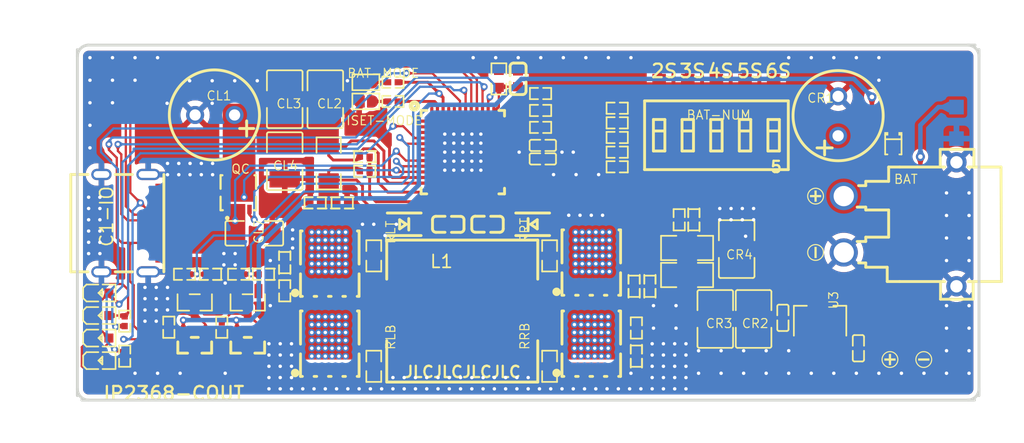
<source format=kicad_pcb>
(kicad_pcb (version 20240108) (generator "pcbnew") (generator_version "8.0")
  (layers (0 "F.Cu" signal) (31 "B.Cu" signal) (34 "B.Paste" user) (35 "F.Paste" user) (36 "B.SilkS" user "B.Silkscreen") (37 "F.SilkS" user "F.Silkscreen") (38 "B.Mask" user) (39 "F.Mask" user) (44 "Edge.Cuts" user))
  (net 0 "")
  (net 1 "K1")
  (net 2 "QE2_2")
  (net 3 "BAT-MODE")
  (net 4 "HLED")
  (net 5 "CIO1_DP")
  (net 6 "CIO1_CC2")
  (net 7 "CIO1_CC1")
  (net 8 "U1_43")
  (net 9 "U1_42")
  (net 10 "U1_9")
  (net 11 "VBUSL_SOURCE")
  (net 12 "U1_4")
  (net 13 "VBUSL_CIO1")
  (net 14 "GND")
  (net 15 "5S_2")
  (net 16 "4S_2")
  (net 17 "VBUSR_SOURCE")
  (net 18 "U1_47")
  (net 19 "CIO1_DM")
  (net 20 "U1_37")
  (net 21 "U1_36")
  (net 22 "U1_35")
  (net 23 "U1_34")
  (net 24 "U1_32")
  (net 25 "U1_29")
  (net 26 "U1_25")
  (net 27 "U1_24")
  (net 28 "U1_23")
  (net 29 "U1_22")
  (net 30 "U1_21")
  (net 31 "U1_20")
  (net 32 "U1_19")
  (net 33 "U1_18")
  (net 34 "U1_17")
  (net 35 "U1_16")
  (net 36 "U1_15")
  (net 37 "U1_14")
  (net 38 "BAT-MODE_2")
  (net 39 "ISET-MODE_2")
  (net 40 "CC2_2")
  (net 41 "CC1_2")
  (net 42 "RLED2_2")
  (net 43 "RLED1_2")
  (net 44 "U1_33")
  (net 45 "6S_2")
  (net 46 "3S_2")
  (net 47 "2S_2")
  (net 48 "DEMK_2")
  (net 49 "QE2_1")
  (net 50 "QE1_1")
  (net 51 "QRT_4")
  (net 52 "QRB_4")
  (net 53 "QLT_4")
  (net 54 "QLB_4")
  (footprint "easyeda:C1206" (layer "F.Cu") (at 56.98 82.612 180)
    (property "Reference" "CL7")
    (property "Value" "10uF" (hide yes))
  )
  (footprint "easyeda:IP2368" (layer "F.Cu") (at 75.48 75.412)
    (property "Reference" "U1" (hide yes))
    (property "Value" "IP2368" (hide yes))
  )
  (footprint "easyeda:PDFN-8_L4.9-W5.8-P1.27-LS6.1-BL" (layer "F.Cu") (at 86.881 85.212)
    (property "Reference" "QRT" (hide yes))
    (property "Value" "5C670" (hide yes))
  )
  (footprint "easyeda:SW-SMD_DSIC05LS-P" (layer "F.Cu") (at 97.98 73.912)
    (property "Reference" "BAT-NUM")
    (property "Value" "5")
  )
  (footprint "easyeda:R0402" (layer "F.Cu") (at 69.281 70.912 180)
    (property "Reference" "ISET-MODE")
    (property "Value" "1k" (hide yes))
  )
  (footprint "easyeda:PDFN-8_L4.9-W5.8-P1.27-LS6.1-BL" (layer "F.Cu") (at 63.68 85.311)
    (property "Reference" "QLT" (hide yes))
    (property "Value" "5C670" (hide yes))
  )
  (footprint "AutoGenerated:Pad_1.30mm" (layer "F.Cu") (at 119.28 74.212)
    (property "Reference" "")
    (property "Value" "")
  )
  (footprint "easyeda:SOD-123FL_L2.6-W1.6-LS3.4-R-FD" (layer "F.Cu") (at 81.68 81.812 180)
    (property "Reference" "D2" (hide yes))
    (property "Value" "SMF30A_C364281" (hide yes))
  )
  (footprint "easyeda:R0402" (layer "F.Cu") (at 50.795 86.246 180)
    (property "Reference" "RE3" (hide yes))
    (property "Value" "1M" (hide yes))
  )
  (footprint "easyeda:C0402" (layer "F.Cu") (at 95.98 81.412 90)
    (property "Reference" "CSC2" (hide yes))
    (property "Value" "1uf" (hide yes))
  )
  (footprint "easyeda:IND-SMD_L13.4-W12.6" (layer "F.Cu") (at 75.48 89.412)
    (property "Reference" "L1")
    (property "Value" "5.6uH" (hide yes))
  )
  (footprint "easyeda:C1210" (layer "F.Cu") (at 101.28 90.212 90)
    (property "Reference" "CR2")
    (property "Value" "22uF" (hide yes))
  )
  (footprint "easyeda:SOT-89_L4.5-W2.5-P1.50-LS4.2-BR" (layer "F.Cu") (at 107.18 90.912 -90)
    (property "Reference" "U3")
    (property "Value" "ME6203A50PG" (hide yes))
  )
  (footprint "easyeda:LED0603-RD" (layer "F.Cu") (at 43.28 93.912)
    (property "Reference" "25%" (hide yes))
    (property "Value" "FC-D1608WD-460H5" (hide yes))
  )
  (footprint "easyeda:SOD-323_L1.8-W1.3-LS2.5-RD" (layer "F.Cu") (at 113.68 74.712 -90)
    (property "Reference" "DEMK" (hide yes))
    (property "Value" "1SS355" (hide yes))
  )
  (footprint "easyeda:R0603" (layer "F.Cu") (at 83.18 84.612 90)
    (property "Reference" "RRT")
    (property "Value" "0Ω" (hide yes))
  )
  (footprint "easyeda:PDFN-8_L4.9-W5.8-P1.27-LS6.1-BL" (layer "F.Cu") (at 63.68 92.413)
    (property "Reference" "QLB" (hide yes))
    (property "Value" "5C670" (hide yes))
  )
  (footprint "easyeda:C1210" (layer "F.Cu") (at 97.88 90.212 90)
    (property "Reference" "CR3")
    (property "Value" "22uF" (hide yes))
  )
  (footprint "easyeda:LED0603-RD" (layer "F.Cu") (at 43.28 87.912)
    (property "Reference" "100%" (hide yes))
    (property "Value" "FC-D1608WD-460H5" (hide yes))
  )
  (footprint "easyeda:R0402" (layer "F.Cu") (at 89.179 71.511)
    (property "Reference" "6S" (hide yes))
    (property "Value" "27k")
  )
  (footprint "easyeda:C1210" (layer "F.Cu") (at 99.78 84.012 -90)
    (property "Reference" "CR4")
    (property "Value" "22uF" (hide yes))
  )
  (footprint "easyeda:C0402" (layer "F.Cu") (at 62.38 79.912)
    (property "Reference" "CLQ2" (hide yes))
    (property "Value" "100nF" (hide yes))
  )
  (footprint "easyeda:R0402" (layer "F.Cu") (at 89.179 76.713)
    (property "Reference" "2S" (hide yes))
    (property "Value" "6.2k")
  )
  (footprint "easyeda:PDFN-8_L4.9-W5.8-P1.27-LS6.1-BL" (layer "F.Cu") (at 86.881 92.413)
    (property "Reference" "QRB" (hide yes))
    (property "Value" "5C670" (hide yes))
  )
  (footprint "easyeda:C0603" (layer "F.Cu") (at 80.381 68.913 -90)
    (property "Reference" "CNTC" (hide yes))
    (property "Value" "100nF" (hide yes))
  )
  (footprint "easyeda:USB-C-SMD_TYPE-C16PIN" (layer "F.Cu") (at 45.78 81.712 -90)
    (property "Reference" "C1-IO")
    (property "Value" "TYPE-C16PIN" (hide yes))
  )
  (footprint "easyeda:R0402" (layer "F.Cu") (at 94.681 81.412 -90)
    (property "Reference" "RSC2" (hide yes))
    (property "Value" "10" (hide yes))
  )
  (footprint "easyeda:C0402" (layer "F.Cu") (at 59.68 85.212 -90)
    (property "Reference" "CC1" (hide yes))
    (property "Value" "1.5nf" (hide yes))
  )
  (footprint "easyeda:C0402" (layer "F.Cu") (at 53.095 86.245 180)
    (property "Reference" "CE1" (hide yes))
    (property "Value" "100nF" (hide yes))
  )
  (footprint "easyeda:测试焊盘" (layer "F.Cu") (at 66.88 69.212 180)
    (property "Reference" "R2" (hide yes))
    (property "Value" "0R" (hide yes))
  )
  (footprint "easyeda:R0402" (layer "F.Cu") (at 45.481 90.411 90)
    (property "Reference" "RLED2" (hide yes))
    (property "Value" "100" (hide yes))
  )
  (footprint "easyeda:R0603" (layer "F.Cu") (at 67.58 84.612 90)
    (property "Reference" "RLT")
    (property "Value" "0Ω" (hide yes))
  )
  (footprint "easyeda:测试焊盘" (layer "F.Cu") (at 66.88 70.912 180)
    (property "Reference" "R1" (hide yes))
    (property "Value" "0R" (hide yes))
  )
  (footprint "easyeda:C0402" (layer "F.Cu") (at 57.795 86.245 180)
    (property "Reference" "CE2" (hide yes))
    (property "Value" "100nF" (hide yes))
  )
  (footprint "easyeda:C0603" (layer "F.Cu") (at 77.68 81.812)
    (property "Reference" "CBSR" (hide yes))
    (property "Value" "100nF" (hide yes))
  )
  (footprint "easyeda:R0402" (layer "F.Cu") (at 89.179 72.812)
    (property "Reference" "5S" (hide yes))
    (property "Value" "18k")
  )
  (footprint "easyeda:R0402" (layer "F.Cu") (at 54.094 90.945 -90)
    (property "Reference" "RE1" (hide yes))
    (property "Value" "10K" (hide yes))
  )
  (footprint "easyeda:SOT-23_L2.9-W1.3-P1.90-LS2.4-BR" (layer "F.Cu") (at 56.395 92.545 90)
    (property "Reference" "QE1" (hide yes))
    (property "Value" "2301" (hide yes))
  )
  (footprint "easyeda:R0402" (layer "F.Cu") (at 82.38 73.213)
    (property "Reference" "RCAPS" (hide yes))
    (property "Value" "30.9k" (hide yes))
  )
  (footprint "AutoGenerated:Pad_1.30mm" (layer "F.Cu") (at 116.08 92.212)
    (property "Reference" "")
    (property "Value" "")
  )
  (footprint "easyeda:CAP-TH_BD8.0-P3.50-D0.6-FD" (layer "F.Cu") (at 53.48 72.113 180)
    (property "Reference" "CL1")
    (property "Value" "220uF" (hide yes))
  )
  (footprint "easyeda:R1206" (layer "F.Cu") (at 95.38 86.312)
    (property "Reference" "RSCR2" (hide yes))
    (property "Value" "0.01Ω" (hide yes))
  )
  (footprint "easyeda:C0402" (layer "F.Cu") (at 66.78 75.812)
    (property "Reference" "CSC1" (hide yes))
    (property "Value" "1uf" (hide yes))
  )
  (footprint "easyeda:R0402" (layer "F.Cu") (at 89.179 75.413)
    (property "Reference" "3S" (hide yes))
    (property "Value" "9.1k")
  )
  (footprint "easyeda:C1210" (layer "F.Cu") (at 63.28 70.712 -90)
    (property "Reference" "CL2")
    (property "Value" "22uF" (hide yes))
  )
  (footprint "easyeda:C0603" (layer "F.Cu") (at 74.18 81.812 180)
    (property "Reference" "CBSL" (hide yes))
    (property "Value" "100nF" (hide yes))
  )
  (footprint "easyeda:C0402" (layer "F.Cu") (at 103.88 90.112 90)
    (property "Reference" "CVC4" (hide yes))
    (property "Value" "2.2uF" (hide yes))
  )
  (footprint "easyeda:C0402" (layer "F.Cu") (at 110.58 92.812 90)
    (property "Reference" "CVC3" (hide yes))
    (property "Value" "2.2uF" (hide yes))
  )
  (footprint "easyeda:R1206" (layer "F.Cu") (at 95.38 83.912)
    (property "Reference" "RSCR1" (hide yes))
    (property "Value" "0.01Ω" (hide yes))
  )
  (footprint "easyeda:R0402" (layer "F.Cu") (at 82.38 71.712)
    (property "Reference" "RVS" (hide yes))
    (property "Value" "10k" (hide yes))
  )
  (footprint "easyeda:SOT-23-3_L2.9-W1.3-P1.90-LS2.4-BR" (layer "F.Cu") (at 51.695 88.745 90)
    (property "Reference" "QE3" (hide yes))
    (property "Value" "2N7002" (hide yes))
  )
  (footprint "easyeda:R0402" (layer "F.Cu") (at 69.281 69.212 180)
    (property "Reference" "BAT-MODE")
    (property "Value" "1k" (hide yes))
  )
  (footprint "easyeda:C0402" (layer "F.Cu") (at 82.58 74.812 180)
    (property "Reference" "CVC2" (hide yes))
    (property "Value" "2.2uF" (hide yes))
  )
  (footprint "easyeda:CAP-TH_BD8.0-P3.50-D0.6-FD" (layer "F.Cu") (at 108.781 72.212 90)
    (property "Reference" "CR1")
    (property "Value" "220uF" (hide yes))
  )
  (footprint "AutoGenerated:Pad_1.30mm" (layer "F.Cu") (at 119.28 71.412)
    (property "Reference" "")
    (property "Value" "")
  )
  (footprint "easyeda:C0402" (layer "F.Cu") (at 90.881 93.513 90)
    (property "Reference" "CC2" (hide yes))
    (property "Value" "1.5nf" (hide yes))
  )
  (footprint "easyeda:C1210" (layer "F.Cu") (at 59.68 76.212 90)
    (property "Reference" "CL4")
    (property "Value" "22uF" (hide yes))
  )
  (footprint "easyeda:CONN-TH_XT30PW-M" (layer "F.Cu") (at 114.28 81.812 90)
    (property "Reference" "BAT")
    (property "Value" "XT30PW-M" (hide yes))
  )
  (footprint "easyeda:C0402" (layer "F.Cu") (at 64.78 79.912 180)
    (property "Reference" "CLQ1" (hide yes))
    (property "Value" "100nF" (hide yes))
  )
  (footprint "easyeda:R0402" (layer "F.Cu") (at 82.38 70.211)
    (property "Reference" "RIS" (hide yes))
    (property "Value" "25k" (hide yes))
  )
  (footprint "easyeda:C0402" (layer "F.Cu") (at 90.68 87.312 90)
    (property "Reference" "CRQ1" (hide yes))
    (property "Value" "100nF" (hide yes))
  )
  (footprint "easyeda:R1206" (layer "F.Cu") (at 63.58 76.412 -90)
    (property "Reference" "RSCL1" (hide yes))
    (property "Value" "0.005Ω" (hide yes))
  )
  (footprint "easyeda:R0402" (layer "F.Cu") (at 49.395 90.945 -90)
    (property "Reference" "RE2" (hide yes))
    (property "Value" "10K" (hide yes))
  )
  (footprint "easyeda:R0603" (layer "F.Cu") (at 67.58 94.412 90)
    (property "Reference" "RLB")
    (property "Value" "0Ω" (hide yes))
  )
  (footprint "easyeda:R0402" (layer "F.Cu") (at 89.179 74.112)
    (property "Reference" "4S" (hide yes))
    (property "Value" "13k")
  )
  (footprint "easyeda:SOT-23_L2.9-W1.3-P1.90-LS2.4-BR" (layer "F.Cu") (at 51.695 92.545 90)
    (property "Reference" "QE2" (hide yes))
    (property "Value" "2301" (hide yes))
  )
  (footprint "easyeda:R0603" (layer "F.Cu") (at 78.68 68.912 90)
    (property "Reference" "RNTC" (hide yes))
    (property "Value" "10K" (hide yes))
  )
  (footprint "easyeda:C1210" (layer "F.Cu") (at 59.68 70.712 -90)
    (property "Reference" "CL3")
    (property "Value" "22uF" (hide yes))
  )
  (footprint "easyeda:R0402" (layer "F.Cu") (at 66.779 77.112 180)
    (property "Reference" "RSC1" (hide yes))
    (property "Value" "10" (hide yes))
  )
  (footprint "easyeda:R0603" (layer "F.Cu") (at 83.18 94.412 90)
    (property "Reference" "RRB")
    (property "Value" "0Ω" (hide yes))
  )
  (footprint "easyeda:SOT-23-3_L2.9-W1.3-P1.90-LS2.4-BR" (layer "F.Cu") (at 56.395 88.745 90)
    (property "Reference" "QE4" (hide yes))
    (property "Value" "2N7002" (hide yes))
  )
  (footprint "easyeda:LED0603-RD" (layer "F.Cu") (at 43.28 91.912)
    (property "Reference" "50%" (hide yes))
    (property "Value" "FC-D1608WD-460H5" (hide yes))
  )
  (footprint "AutoGenerated:Pad_1.30mm" (layer "F.Cu") (at 113.68 92.212)
    (property "Reference" "")
    (property "Value" "")
  )
  (footprint "easyeda:C0402" (layer "F.Cu") (at 92.08 87.312 90)
    (property "Reference" "CRQ2" (hide yes))
    (property "Value" "100nF" (hide yes))
  )
  (footprint "easyeda:C0402" (layer "F.Cu") (at 82.58 76.012 180)
    (property "Reference" "CVC1" (hide yes))
    (property "Value" "2.2uF" (hide yes))
  )
  (footprint "easyeda:R0402" (layer "F.Cu") (at 45.481 93.513 -90)
    (property "Reference" "RLED1" (hide yes))
    (property "Value" "100" (hide yes))
  )
  (footprint "easyeda:PDFN3333-8_L3.1-W3.2-P0.65-LS3.4-BL" (layer "F.Cu") (at 55.579 79.012)
    (property "Reference" "QC")
    (property "Value" "WSD3066DN33" (hide yes))
  )
  (footprint "easyeda:LED0603-RD" (layer "F.Cu") (at 43.28 89.912)
    (property "Reference" "75%" (hide yes))
    (property "Value" "FC-D1608WD-460H5" (hide yes))
  )
  (footprint "easyeda:R0402" (layer "F.Cu") (at 59.68 87.711 -90)
    (property "Reference" "RC1" (hide yes))
    (property "Value" "2" (hide yes))
  )
  (footprint "easyeda:R0402" (layer "F.Cu") (at 90.881 91.011 90)
    (property "Reference" "RC2" (hide yes))
    (property "Value" "2" (hide yes))
  )
  (footprint "easyeda:R0402" (layer "F.Cu") (at 55.596 86.246)
    (property "Reference" "RE4" (hide yes))
    (property "Value" "1M" (hide yes))
  )
  (footprint "easyeda:SOD-123FL_L2.6-W1.6-LS3.4-R-FD" (layer "F.Cu") (at 70.28 81.812)
    (property "Reference" "D1" (hide yes))
    (property "Value" "SMF30A_C364281" (hide yes))
  )
  (gr_poly (pts (xy 47.184 79.893) (xy 46.861 80.216) (xy 47.103 80.276) (xy 47.244 80.134)) (fill solid) (layer "F.Cu") (net 7))
  (gr_poly (pts (xy 95.71 81.262) (xy 95.71 80.696) (xy 95.329 80.853) (xy 95.329 81.107)) (fill solid) (layer "F.Cu") (net 26))
  (gr_poly (pts (xy 78.712 72.522) (xy 79.347 72.522) (xy 79.157 72.141) (xy 78.903 72.141)) (fill solid) (layer "F.Cu") (net 21))
  (gr_poly (pts (xy 67.496 76.082) (xy 66.93 76.082) (xy 67.087 76.463) (xy 67.341 76.463)) (fill solid) (layer "F.Cu") (net 37))
  (gr_poly (pts (xy 49.355 80.812) (xy 49.355 81.112) (xy 49.63 81.062) (xy 49.63 80.862)) (fill solid) (layer "F.Cu") (net 19))
  (gr_poly (pts (xy 89.896 75.142) (xy 89.896 75.682) (xy 90.277 75.54) (xy 90.277 75.286)) (fill solid) (layer "F.Cu") (net 46))
  (gr_poly (pts (xy 77.371 71.502) (xy 77.091 71.502) (xy 77.131 71.202) (xy 77.331 71.202)) (fill solid) (layer "F.Cu") (net 5))
  (gr_poly (pts (xy 82.748 84.176) (xy 82.748 83.541) (xy 82.367 83.732) (xy 82.367 83.986)) (fill solid) (layer "F.Cu") (net 28))
  (gr_poly (pts (xy 51.698 86.456) (xy 51.66 86) (xy 51.458 86.146) (xy 51.475 86.346)) (fill solid) (layer "F.Cu") (net 4))
  (gr_poly (pts (xy 88.493 95.198) (xy 88.897 94.708) (xy 88.517 94.569) (xy 88.355 94.766)) (fill solid) (layer "F.Cu") (net 52))
  (gr_poly (pts (xy 69.996 69.482) (xy 69.996 68.942) (xy 70.377 69.085) (xy 70.377 69.339)) (fill solid) (layer "F.Cu") (net 3))
  (gr_poly (pts (xy 68.564 71.182) (xy 68.564 70.642) (xy 68.183 70.785) (xy 68.183 71.039)) (fill solid) (layer "F.Cu") (net 39))
  (gr_poly (pts (xy 103.61 89.962) (xy 103.61 89.172) (xy 103.01 89.368) (xy 103.01 89.768)) (fill solid) (layer "F.Cu") (net 17))
  (gr_poly (pts (xy 104.15 89.172) (xy 104.15 89.962) (xy 104.75 89.765) (xy 104.75 89.365)) (fill solid) (layer "F.Cu") (net 17))
  (gr_poly (pts (xy 71.455 89.096) (xy 71.455 89.731) (xy 71.836 89.54) (xy 71.836 89.286)) (fill solid) (layer "F.Cu") (net 33))
  (gr_arc (start 48.78 80.962) (mid 48.835517 80.924905) (end 48.901003 80.91188) (stroke (width 0.2)) (layer "F.Cu") (net 19))
  (gr_poly (pts (xy 45.21 92.828) (xy 45.21 93.328) (xy 44.91 93.178) (xy 44.91 92.978)) (fill solid) (layer "F.Cu") (net 8))
  (gr_poly (pts (xy 96.25 82.128) (xy 96.25 81.562) (xy 96.548 81.717) (xy 96.548 81.971)) (fill solid) (layer "F.Cu") (net 17))
  (gr_poly (pts (xy 52.909 86.515) (xy 52.409 86.515) (xy 52.556 86.815) (xy 52.756 86.815)) (fill solid) (layer "F.Cu") (net 4))
  (gr_poly (pts (xy 89.03 75.142) (xy 88.464 75.142) (xy 88.621 74.761) (xy 88.875 74.761)) (fill solid) (layer "F.Cu") (net 44))
  (gr_poly (pts (xy 48.205 81.112) (xy 48.205 80.812) (xy 47.905 80.863) (xy 47.905 81.062)) (fill solid) (layer "F.Cu") (net 19))
  (gr_poly (pts (xy 56.045 89.996) (xy 56.045 89.496) (xy 55.745 89.646) (xy 55.745 89.846)) (fill solid) (layer "F.Cu") (net 50))
  (gr_poly (pts (xy 57.096 90.895) (xy 57.596 90.895) (xy 57.446 90.696) (xy 57.246 90.696)) (fill solid) (layer "F.Cu") (net 50))
  (gr_poly (pts (xy 77.371 79.321) (xy 77.091 79.322) (xy 77.104 79.703) (xy 77.358 79.702)) (fill solid) (layer "F.Cu") (net 29))
  (gr_poly (pts (xy 66.064 77.257) (xy 66.545 76.842) (xy 66.144 76.729) (xy 65.958 76.902)) (fill solid) (layer "F.Cu") (net 36))
  (gr_poly (pts (xy 46.9 79.608) (xy 46.576 79.931) (xy 46.516 79.689) (xy 46.658 79.547)) (fill solid) (layer "F.Cu") (net 7))
  (gr_poly (pts (xy 59.93 86.996) (xy 59.43 86.996) (xy 59.58 86.696) (xy 59.78 86.696)) (fill solid) (layer "F.Cu") (net 41))
  (gr_poly (pts (xy 79.505 89.728) (xy 79.505 89.093) (xy 79.124 89.284) (xy 79.124 89.538)) (fill solid) (layer "F.Cu") (net 30))
  (gr_poly (pts (xy 70.682 68.184) (xy 70.681 68.641) (xy 70.895 68.512) (xy 70.895 68.312)) (fill solid) (layer "F.Cu") (net 8))
  (gr_poly (pts (xy 75.87 71.502) (xy 75.59 71.502) (xy 75.63 71.202) (xy 75.83 71.202)) (fill solid) (layer "F.Cu") (net 9))
  (gr_poly (pts (xy 68.012 93.341) (xy 68.012 93.976) (xy 68.393 93.786) (xy 68.393 93.532)) (fill solid) (layer "F.Cu") (net 32))
  (gr_poly (pts (xy 92.301 78.079) (xy 92.301 77.444) (xy 91.92 77.201) (xy 91.92 77.56)) (fill solid) (layer "F.Cu") (net 47))
  (gr_poly (pts (xy 45.434 89.696) (xy 45.75 90.084) (xy 45.845 89.758) (xy 45.71 89.609)) (fill solid) (layer "F.Cu") (net 42))
  (gr_poly (pts (xy 88.493 87.507) (xy 89.073 87.507) (xy 88.574 87.126) (xy 88.214 87.126)) (fill solid) (layer "F.Cu") (net 51))
  (gr_poly (pts (xy 66.649 71.412) (xy 66.142 71.375) (xy 66.152 71.758) (xy 66.406 71.776)) (fill solid) (layer "F.Cu") (net 14))
  (gr_poly (pts (xy 56.999 81.108) (xy 56.676 81.431) (xy 56.616 81.19) (xy 56.757 81.048)) (fill solid) (layer "F.Cu") (net 10))
  (gr_poly (pts (xy 44.308 74.914) (xy 43.851 74.913) (xy 43.979 75.127) (xy 44.179 75.127)) (fill solid) (layer "F.Cu") (net 6))
  (gr_poly (pts (xy 52.1 86) (xy 52.062 86.456) (xy 52.285 86.346) (xy 52.302 86.146)) (fill solid) (layer "F.Cu") (net 4))
  (gr_poly (pts (xy 72.63 81.493) (xy 72.63 82.128) (xy 73.011 81.938) (xy 73.011 81.684)) (fill solid) (layer "F.Cu") (net 34))
  (gr_poly (pts (xy 44.479 93.659) (xy 44.479 94.159) (xy 44.779 94.009) (xy 44.779 93.809)) (fill solid) (layer "F.Cu") (net 43))
  (gr_poly (pts (xy 55.995 93.688) (xy 56.08 93.195) (xy 55.813 92.972) (xy 55.772 93.213)) (fill solid) (layer "F.Cu") (net 6))
  (gr_poly (pts (xy 65.873 94.93) (xy 65.873 95.565) (xy 66.254 95.374) (xy 66.254 95.12)) (fill solid) (layer "F.Cu") (net 54))
  (gr_poly (pts (xy 89.03 73.842) (xy 88.464 73.842) (xy 88.621 73.461) (xy 88.875 73.461)) (fill solid) (layer "F.Cu") (net 44))
  (gr_poly (pts (xy 79.112 69.861) (xy 79.112 69.361) (xy 79.412 69.511) (xy 79.412 69.711)) (fill solid) (layer "F.Cu") (net 20))
  (gr_poly (pts (xy 69.851 76.872) (xy 69.685 77.298) (xy 69.928 77.263) (xy 70.006 77.063)) (fill solid) (layer "F.Cu") (net 11))
  (gr_poly (pts (xy 84.58 93.812) (xy 83.68 92.912) (xy 79.68 92.912) (xy 79.38 92.612) (xy 79.38 86.812) (xy 79.68 86.512) (xy 82.98 86.512) (xy 83.28 86.812) (xy 83.28 87.312) (xy 83.48 87.512) (xy 87.88 87.512) (xy 87.88 89.012) (xy 89.18 89.012) (xy 89.18 93.812) (xy 84.58 93.812)) (fill solid) (layer "F.Cu") (net 30))
  (gr_poly (pts (xy 44.329 92.308) (xy 43.829 92.308) (xy 43.979 92.316) (xy 44.179 92.316)) (fill solid) (layer "F.Cu") (net 12))
  (gr_poly (pts (xy 106.78 84.812) (xy 102.58 89.012) (xy 96.48 89.012) (xy 96.28 88.812) (xy 96.28 82.912) (xy 97.68 82.912) (xy 97.88 83.112) (xy 97.88 83.612) (xy 98.08 83.812) (xy 101.48 83.812) (xy 102.18 83.112) (xy 102.18 81.212) (xy 104.28 79.112) (xy 104.28 73.512) (xy 105.08 72.712) (xy 110.28 72.712) (xy 111.08 73.512) (xy 111.08 80.212) (xy 110.18 81.112) (xy 108.08 81.112) (xy 107.68 80.712) (xy 107.68 75.812) (xy 107.48 75.812) (xy 107.48 81.112) (xy 106.78 81.812) (xy 106.78 84.812)) (fill solid) (layer "F.Cu") (net 17))
  (gr_poly (pts (xy 44.856 92.783) (xy 44.673 93.202) (xy 44.916 93.178) (xy 45.004 92.978)) (fill solid) (layer "F.Cu") (net 8))
  (gr_poly (pts (xy 71.571 78.302) (xy 71.57 78.022) (xy 71.189 78.036) (xy 71.19 78.29)) (fill solid) (layer "F.Cu") (net 11))
  (gr_poly (pts (xy 70.184 74.093) (xy 69.861 74.416) (xy 70.103 74.476) (xy 70.244 74.335)) (fill solid) (layer "F.Cu") (net 4))
  (gr_poly (pts (xy 50.345 91.64) (xy 50.345 91.14) (xy 50.045 91.286) (xy 50.045 91.486)) (fill solid) (layer "F.Cu") (net 2))
  (gr_poly (pts (xy 44.916 91.105) (xy 44.843 90.654) (xy 45.074 90.746) (xy 45.106 90.946)) (fill solid) (layer "F.Cu") (net 9))
  (gr_poly (pts (xy 94.95 81.262) (xy 94.95 80.696) (xy 95.331 80.853) (xy 95.331 81.107)) (fill solid) (layer "F.Cu") (net 26))
  (gr_poly (pts (xy 94.95 81.681) (xy 94.725 82.128) (xy 94.991 82.265) (xy 95.086 82.077)) (fill solid) (layer "F.Cu") (net 27))
  (gr_poly (pts (xy 114.055 76.385) (xy 113.305 76.385) (xy 113.48 76.985) (xy 113.88 76.985)) (fill solid) (layer "F.Cu") (net 48))
  (gr_arc (start 48.78 80.962) (mid 48.794645 80.926645) (end 48.83 80.912) (stroke (width 0.2)) (layer "F.Cu") (net 19))
  (gr_poly (pts (xy 113.18 92.767) (xy 113.18 91.767) (xy 112.58 92.067) (xy 112.58 92.467)) (fill solid) (layer "F.Cu") (net 48))
  (gr_poly (pts (xy 89.03 76.442) (xy 88.464 76.442) (xy 88.621 76.061) (xy 88.875 76.061)) (fill solid) (layer "F.Cu") (net 44))
  (gr_poly (pts (xy 116.38 76.077) (xy 115.78 76.077) (xy 115.88 76.357) (xy 116.28 76.357)) (fill solid) (layer "F.Cu") (net 1))
  (gr_poly (pts (xy 67.496 76.842) (xy 66.93 76.842) (xy 67.087 76.461) (xy 67.341 76.461)) (fill solid) (layer "F.Cu") (net 37))
  (gr_poly (pts (xy 44.479 89.658) (xy 44.479 90.158) (xy 44.779 90.008) (xy 44.779 89.808)) (fill solid) (layer "F.Cu") (net 42))
  (gr_poly (pts (xy 89.896 71.242) (xy 89.896 71.782) (xy 90.277 71.638) (xy 90.277 71.384)) (fill solid) (layer "F.Cu") (net 45))
  (gr_poly (pts (xy 54.365 91.132) (xy 54.365 91.632) (xy 54.665 91.485) (xy 54.665 91.285)) (fill solid) (layer "F.Cu") (net 2))
  (gr_poly (pts (xy 106.239 90.059) (xy 106.239 89.059) (xy 105.639 89.361) (xy 105.639 89.761)) (fill solid) (layer "F.Cu") (net 17))
  (gr_poly (pts (xy 61.38 93.812) (xy 61.08 93.512) (xy 61.08 87.912) (xy 61.38 87.612) (xy 64.48 87.612) (xy 64.78 87.912) (xy 64.78 88.912) (xy 65.08 89.212) (xy 66.78 89.212) (xy 67.08 88.912) (xy 67.08 86.812) (xy 67.38 86.512) (xy 71.38 86.512) (xy 71.68 86.812) (xy 71.68 92.512) (xy 71.38 92.812) (xy 67.08 92.812) (xy 66.08 93.812) (xy 61.38 93.812)) (fill solid) (layer "F.Cu") (net 33))
  (gr_poly (pts (xy 79.39 73.302) (xy 79.39 73.022) (xy 79.771 73.035) (xy 79.771 73.289)) (fill solid) (layer "F.Cu") (net 22))
  (gr_poly (pts (xy 44.999 88.608) (xy 44.676 88.931) (xy 44.616 88.689) (xy 44.757 88.548)) (fill solid) (layer "F.Cu") (net 12))
  (gr_poly (pts (xy 79.39 77.522) (xy 79.39 77.802) (xy 79.73 77.79) (xy 79.731 77.536)) (fill solid) (layer "F.Cu") (net 17))
  (gr_poly (pts (xy 78.429 70.068) (xy 78.929 70.068) (xy 78.779 70.368) (xy 78.579 70.368)) (fill solid) (layer "F.Cu") (net 20))
  (gr_poly (pts (xy 78.78 81.493) (xy 78.78 82.128) (xy 79.161 81.938) (xy 79.161 81.684)) (fill solid) (layer "F.Cu") (net 29))
  (gr_poly (pts (xy 88.464 74.382) (xy 89.03 74.382) (xy 88.875 74.763) (xy 88.621 74.763)) (fill solid) (layer "F.Cu") (net 44))
  (gr_poly (pts (xy 102.037 89.512) (xy 101.869 89.568) (xy 101.595 89.512) (xy 102.037 89.512)) (fill solid) (layer "F.Cu") (net 17))
  (gr_poly (pts (xy 77.87 79.322) (xy 77.59 79.322) (xy 77.603 79.703) (xy 77.857 79.703)) (fill solid) (layer "F.Cu") (net 28))
  (gr_poly (pts (xy 67.909 69.07) (xy 67.909 69.354) (xy 68.29 69.339) (xy 68.29 69.085)) (fill solid) (layer "F.Cu") (net 38))
  (gr_poly (pts (xy 83.098 94.762) (xy 83.612 95.135) (xy 83.756 94.769) (xy 83.548 94.618)) (fill solid) (layer "F.Cu") (net 52))
  (gr_poly (pts (xy 88.464 71.782) (xy 89.03 71.782) (xy 88.875 72.163) (xy 88.621 72.163)) (fill solid) (layer "F.Cu") (net 44))
  (gr_poly (pts (xy 67.662 85.768) (xy 67.148 85.396) (xy 67.004 85.762) (xy 67.212 85.913)) (fill solid) (layer "F.Cu") (net 53))
  (gr_poly (pts (xy 113.305 73.972) (xy 113.665 73.039) (xy 113.145 72.722) (xy 112.987 73.13)) (fill solid) (layer "F.Cu") (net 2))
  (gr_poly (pts (xy 73.564 81.362) (xy 73.88 81.913) (xy 74.041 81.429) (xy 73.91 81.201)) (fill solid) (layer "F.Cu") (net 34))
  (gr_poly (pts (xy 48.205 82.612) (xy 48.205 82.312) (xy 47.905 82.361) (xy 47.905 82.561)) (fill solid) (layer "F.Cu") (net 5))
  (gr_poly (pts (xy 59.93 85.928) (xy 59.43 85.928) (xy 59.58 86.228) (xy 59.78 86.228)) (fill solid) (layer "F.Cu") (net 41))
  (gr_poly (pts (xy 71.57 77.302) (xy 71.57 77.022) (xy 71.27 77.063) (xy 71.27 77.263)) (fill solid) (layer "F.Cu") (net 11))
  (gr_poly (pts (xy 88.464 73.842) (xy 88.464 74.382) (xy 88.083 74.239) (xy 88.083 73.985)) (fill solid) (layer "F.Cu") (net 44))
  (gr_poly (pts (xy 77.297 82.262) (xy 76.662 82.262) (xy 76.853 82.643) (xy 77.107 82.643)) (fill solid) (layer "F.Cu") (net 30))
  (gr_poly (pts (xy 81.664 72.942) (xy 81.664 73.482) (xy 81.283 73.34) (xy 81.283 73.086)) (fill solid) (layer "F.Cu") (net 23))
  (gr_poly (pts (xy 68.564 69.482) (xy 68.564 68.942) (xy 68.183 69.085) (xy 68.183 69.339)) (fill solid) (layer "F.Cu") (net 38))
  (gr_poly (pts (xy 42.232 87.515) (xy 42.731 87.515) (xy 42.581 87.412) (xy 42.382 87.412)) (fill solid) (layer "F.Cu") (net 42))
  (gr_poly (pts (xy 69.884 76.193) (xy 69.561 76.516) (xy 69.803 76.576) (xy 69.944 76.435)) (fill solid) (layer "F.Cu") (net 10))
  (gr_poly (pts (xy 79.39 77.022) (xy 79.39 77.302) (xy 79.771 77.29) (xy 79.771 77.036)) (fill solid) (layer "F.Cu") (net 17))
  (gr_poly (pts (xy 83.612 85.396) (xy 83.097 85.768) (xy 83.548 85.913) (xy 83.756 85.762)) (fill solid) (layer "F.Cu") (net 51))
  (gr_poly (pts (xy 95.936 82.128) (xy 95.71 81.681) (xy 95.574 82.077) (xy 95.669 82.265)) (fill solid) (layer "F.Cu") (net 17))
  (gr_poly (pts (xy 100.203 77.361) (xy 100.838 77.361) (xy 100.648 76.98) (xy 100.393 76.98)) (fill solid) (layer "F.Cu") (net 15))
  (gr_poly (pts (xy 48.205 81.612) (xy 48.205 81.312) (xy 47.905 81.363) (xy 47.905 81.563)) (fill solid) (layer "F.Cu") (net 5))
  (gr_poly (pts (xy 42.737 90.315) (xy 42.237 90.315) (xy 42.646 90.615) (xy 42.929 90.615)) (fill solid) (layer "F.Cu") (net 12))
  (gr_poly (pts (xy 43.679 91.86) (xy 44.035 91.508) (xy 43.716 91.402) (xy 43.573 91.543)) (fill solid) (layer "F.Cu") (net 12))
  (gr_poly (pts (xy 80.499 75.716) (xy 80.176 75.393) (xy 80.14 75.572) (xy 80.32 75.752)) (fill solid) (layer "F.Cu") (net 14))
  (gr_poly (pts (xy 78.02 70.783) (xy 77.594 70.617) (xy 77.629 70.859) (xy 77.829 70.938)) (fill solid) (layer "F.Cu") (net 6))
  (gr_poly (pts (xy 113.18 91.562) (xy 114.18 91.562) (xy 113.88 90.962) (xy 113.48 90.962)) (fill solid) (layer "F.Cu") (net 48))
  (gr_poly (pts (xy 73.684 70.192) (xy 73.362 70.516) (xy 73.585 70.595) (xy 73.764 70.415)) (fill solid) (layer "F.Cu") (net 3))
  (gr_poly (pts (xy 67.909 70.77) (xy 67.909 71.054) (xy 68.29 71.039) (xy 68.29 70.785)) (fill solid) (layer "F.Cu") (net 39))
  (gr_arc (start 47.368 81.75) (mid 47.452353 81.546353) (end 47.656 81.462) (stroke (width 0.2)) (layer "F.Cu") (net 5))
  (gr_arc (start 45.662 83.462) (mid 45.852212 83.540788) (end 45.931 83.731) (stroke (width 0.2)) (layer "F.Cu") (net 6))
  (gr_poly (pts (xy 54.044 90.23) (xy 54.365 90.613) (xy 54.474 90.275) (xy 54.345 90.121)) (fill solid) (layer "F.Cu") (net 50))
  (gr_poly (pts (xy 57.08 86.496) (xy 57.08 85.996) (xy 56.78 86.146) (xy 56.78 86.346)) (fill solid) (layer "F.Cu") (net 3))
  (gr_poly (pts (xy 59.95 87.896) (xy 59.95 88.396) (xy 60.25 88.246) (xy 60.25 88.046)) (fill solid) (layer "F.Cu") (net 33))
  (gr_poly (pts (xy 74.371 79.322) (xy 74.091 79.322) (xy 74.104 79.703) (xy 74.358 79.703)) (fill solid) (layer "F.Cu") (net 35))
  (gr_poly (pts (xy 89.896 76.442) (xy 89.896 76.982) (xy 90.277 76.84) (xy 90.277 76.586)) (fill solid) (layer "F.Cu") (net 47))
  (gr_poly (pts (xy 48.205 83.612) (xy 48.205 83.312) (xy 47.905 83.362) (xy 47.905 83.562)) (fill solid) (layer "F.Cu") (net 6))
  (gr_poly (pts (xy 55.196 90.895) (xy 55.696 90.895) (xy 55.546 90.595) (xy 55.346 90.595)) (fill solid) (layer "F.Cu") (net 2))
  (gr_poly (pts (xy 56.745 89.846) (xy 56.745 90.346) (xy 57.045 90.537) (xy 57.045 90.254)) (fill solid) (layer "F.Cu") (net 50))
  (gr_poly (pts (xy 52.045 89.846) (xy 52.045 90.346) (xy 52.345 90.537) (xy 52.345 90.254)) (fill solid) (layer "F.Cu") (net 49))
  (gr_arc (start 48.901 81.012) (mid 48.835561 80.998983) (end 48.780085 80.961915) (stroke (width 0.2)) (layer "F.Cu") (net 19))
  (gr_poly (pts (xy 45.108 74.914) (xy 44.651 74.913) (xy 44.779 75.127) (xy 44.979 75.127)) (fill solid) (layer "F.Cu") (net 5))
  (gr_poly (pts (xy 69.482 73.34) (xy 69.481 72.883) (xy 69.695 73.011) (xy 69.695 73.211)) (fill solid) (layer "F.Cu") (net 12))
  (gr_poly (pts (xy 52.38 86.496) (xy 52.38 85.996) (xy 52.08 86.146) (xy 52.08 86.346)) (fill solid) (layer "F.Cu") (net 4))
  (gr_poly (pts (xy 57.103 87.12) (xy 57.603 87.12) (xy 57.457 86.82) (xy 57.257 86.82)) (fill solid) (layer "F.Cu") (net 3))
  (gr_poly (pts (xy 48.18 79.012) (xy 48.28 79.112) (xy 52.68 79.112) (xy 53.58 80.012) (xy 56.18 80.012) (xy 56.18 83.512) (xy 53.58 83.512) (xy 52.68 84.412) (xy 48.18 84.412) (xy 48.18 83.812) (xy 49.98 83.812) (xy 50.48 83.312) (xy 50.48 80.112) (xy 49.98 79.612) (xy 48.18 79.612)) (fill solid) (layer "F.Cu") (net 13))
  (gr_poly (pts (xy 88.464 75.682) (xy 89.03 75.682) (xy 88.875 76.063) (xy 88.621 76.063)) (fill solid) (layer "F.Cu") (net 44))
  (gr_poly (pts (xy 95.123 77.361) (xy 95.758 77.361) (xy 95.568 76.98) (xy 95.313 76.98)) (fill solid) (layer "F.Cu") (net 46))
  (gr_poly (pts (xy 110.31 92.662) (xy 110.31 91.872) (xy 109.71 92.068) (xy 109.71 92.468)) (fill solid) (layer "F.Cu") (net 48))
  (gr_poly (pts (xy 79.33 82.128) (xy 79.33 81.493) (xy 78.949 81.684) (xy 78.949 81.938)) (fill solid) (layer "F.Cu") (net 29))
  (gr_poly (pts (xy 79.39 75.802) (xy 79.39 75.522) (xy 79.771 75.535) (xy 79.771 75.789)) (fill solid) (layer "F.Cu") (net 14))
  (gr_poly (pts (xy 49.665 91.132) (xy 49.665 91.632) (xy 49.965 91.485) (xy 49.965 91.285)) (fill solid) (layer "F.Cu") (net 2))
  (gr_poly (pts (xy 94.58 87.212) (xy 94.58 83.012) (xy 90.48 83.012) (xy 89.28 81.812) (xy 84.68 81.812) (xy 84.48 82.012) (xy 84.48 86.412) (xy 84.48 86.512) (xy 84.58 86.612) (xy 89.28 86.612) (xy 89.88 87.212)) (fill solid) (layer "F.Cu") (net 27))
  (gr_poly (pts (xy 82.146 70.481) (xy 81.664 70.066) (xy 81.528 70.451) (xy 81.721 70.618)) (fill solid) (layer "F.Cu") (net 21))
  (gr_poly (pts (xy 76.371 71.502) (xy 76.091 71.502) (xy 76.131 71.202) (xy 76.331 71.202)) (fill solid) (layer "F.Cu") (net 7))
  (gr_poly (pts (xy 69.884 75.292) (xy 69.561 75.616) (xy 69.803 75.676) (xy 69.944 75.534)) (fill solid) (layer "F.Cu") (net 13))
  (gr_poly (pts (xy 89.03 72.542) (xy 88.464 72.542) (xy 88.621 72.161) (xy 88.875 72.161)) (fill solid) (layer "F.Cu") (net 44))
  (gr_poly (pts (xy 77.98 81.914) (xy 78.293 81.362) (xy 77.948 81.199) (xy 77.817 81.429)) (fill solid) (layer "F.Cu") (net 29))
  (gr_poly (pts (xy 109.016 92.768) (xy 109.016 91.768) (xy 109.616 92.068) (xy 109.616 92.468)) (fill solid) (layer "F.Cu") (net 48))
  (gr_poly (pts (xy 45.21 94.159) (xy 45.21 93.662) (xy 44.91 93.809) (xy 44.91 94.009)) (fill solid) (layer "F.Cu") (net 43))
  (gr_poly (pts (xy 110.85 91.872) (xy 110.85 92.662) (xy 111.45 92.467) (xy 111.45 92.067)) (fill solid) (layer "F.Cu") (net 48))
  (gr_poly (pts (xy 76.87 79.322) (xy 76.59 79.322) (xy 76.604 79.703) (xy 76.858 79.703)) (fill solid) (layer "F.Cu") (net 30))
  (gr_poly (pts (xy 75.197 82.262) (xy 74.562 82.262) (xy 74.752 82.643) (xy 75.006 82.643)) (fill solid) (layer "F.Cu") (net 33))
  (gr_poly (pts (xy 82.748 93.976) (xy 82.748 93.341) (xy 82.367 93.532) (xy 82.367 93.786)) (fill solid) (layer "F.Cu") (net 31))
  (gr_poly (pts (xy 88.464 73.082) (xy 89.03 73.082) (xy 88.875 73.463) (xy 88.621 73.463)) (fill solid) (layer "F.Cu") (net 44))
  (gr_poly (pts (xy 45.21 90.596) (xy 45.21 91.096) (xy 44.91 90.946) (xy 44.91 90.746)) (fill solid) (layer "F.Cu") (net 9))
  (gr_poly (pts (xy 45.21 90.158) (xy 45.21 89.696) (xy 44.91 89.808) (xy 44.91 90.008)) (fill solid) (layer "F.Cu") (net 42))
  (gr_poly (pts (xy 66.543 76.082) (xy 66.064 75.665) (xy 65.958 76.021) (xy 66.143 76.195)) (fill solid) (layer "F.Cu") (net 11))
  (gr_poly (pts (xy 75.371 79.322) (xy 75.091 79.321) (xy 75.103 79.702) (xy 75.357 79.703)) (fill solid) (layer "F.Cu") (net 33))
  (gr_poly (pts (xy 102.743 77.361) (xy 103.378 77.361) (xy 103.188 76.98) (xy 102.934 76.98)) (fill solid) (layer "F.Cu") (net 45))
  (gr_poly (pts (xy 65.873 87.606) (xy 65.873 88.173) (xy 66.254 87.654) (xy 66.254 87.295)) (fill solid) (layer "F.Cu") (net 53))
  (gr_poly (pts (xy 65.98 86.712) (xy 65.98 82.012) (xy 64.48 80.512) (xy 64.48 77.312) (xy 62.68 77.312) (xy 62.68 80.612) (xy 61.28 82.012) (xy 61.28 86.712)) (fill solid) (layer "F.Cu") (net 36))
  (gr_poly (pts (xy 49.347 90.23) (xy 49.665 90.615) (xy 49.774 90.276) (xy 49.646 90.121)) (fill solid) (layer "F.Cu") (net 49))
  (gr_poly (pts (xy 42.531 93.515) (xy 42.88 93.873) (xy 42.987 93.552) (xy 42.847 93.409)) (fill solid) (layer "F.Cu") (net 12))
  (gr_poly (pts (xy 73.08 82.128) (xy 73.08 81.493) (xy 72.699 81.684) (xy 72.699 81.938)) (fill solid) (layer "F.Cu") (net 34))
  (gr_poly (pts (xy 57.61 86.515) (xy 57.11 86.515) (xy 57.257 86.815) (xy 57.457 86.815)) (fill solid) (layer "F.Cu") (net 3))
  (gr_poly (pts (xy 66.63 75.542) (xy 66.064 75.542) (xy 66.22 75.446) (xy 66.474 75.446)) (fill solid) (layer "F.Cu") (net 11))
  (gr_poly (pts (xy 79.39 74.522) (xy 79.39 74.802) (xy 79.771 74.79) (xy 79.771 74.536)) (fill solid) (layer "F.Cu") (net 24))
  (gr_poly (pts (xy 56.311 85.996) (xy 56.311 86.496) (xy 56.611 86.346) (xy 56.611 86.146)) (fill solid) (layer "F.Cu") (net 3))
  (gr_poly (pts (xy 71.57 76.022) (xy 71.57 76.302) (xy 71.27 76.262) (xy 71.27 76.062)) (fill solid) (layer "F.Cu") (net 13))
  (gr_poly (pts (xy 61.483 88.396) (xy 61.483 87.896) (xy 61.183 88.046) (xy 61.183 88.246)) (fill solid) (layer "F.Cu") (net 33))
  (gr_poly (pts (xy 112.08 70.776) (xy 111.48 70.776) (xy 111.58 71.056) (xy 111.98 71.056)) (fill solid) (layer "F.Cu") (net 2))
  (gr_poly (pts (xy 77.521 69.882) (xy 77.094 69.718) (xy 77.131 69.961) (xy 77.331 70.038)) (fill solid) (layer "F.Cu") (net 5))
  (gr_poly (pts (xy 75.87 79.322) (xy 75.59 79.322) (xy 75.603 79.703) (xy 75.857 79.703)) (fill solid) (layer "F.Cu") (net 32))
  (gr_poly (pts (xy 56.755 80.882) (xy 56.355 80.882) (xy 56.456 80.988) (xy 56.656 80.988)) (fill solid) (layer "F.Cu") (net 10))
  (gr_poly (pts (xy 50.431 90.895) (xy 50.931 90.895) (xy 50.781 90.595) (xy 50.581 90.595)) (fill solid) (layer "F.Cu") (net 2))
  (gr_poly (pts (xy 79.485 78.265) (xy 78.851 78.302) (xy 79.37 78.683) (xy 79.729 78.683)) (fill solid) (layer "F.Cu") (net 26))
  (gr_poly (pts (xy 54.18 79.812) (xy 54.18 71.412) (xy 54.48 71.112) (xy 64.58 71.112) (xy 64.68 71.212) (xy 64.68 73.112) (xy 64.48 73.312) (xy 64.48 75.512) (xy 61.38 75.512) (xy 61.28 75.612) (xy 57.38 75.612) (xy 57.18 75.412) (xy 57.18 73.512) (xy 57.08 73.512) (xy 57.08 79.712) (xy 56.98 79.812) (xy 54.18 79.812)) (fill solid) (layer "F.Cu") (net 11))
  (gr_poly (pts (xy 71.57 76.802) (xy 71.57 76.522) (xy 71.27 76.562) (xy 71.27 76.762)) (fill solid) (layer "F.Cu") (net 10))
  (gr_poly (pts (xy 76.87 71.502) (xy 76.59 71.502) (xy 76.631 71.202) (xy 76.831 71.202)) (fill solid) (layer "F.Cu") (net 19))
  (gr_poly (pts (xy 76.371 79.322) (xy 76.091 79.322) (xy 76.104 79.703) (xy 76.358 79.703)) (fill solid) (layer "F.Cu") (net 31))
  (gr_poly (pts (xy 102.037 89.512) (xy 102.293 89.427) (xy 102.595 89.512) (xy 102.037 89.512)) (fill solid) (layer "F.Cu") (net 17))
  (gr_poly (pts (xy 79.39 76.302) (xy 79.39 76.022) (xy 79.771 76.035) (xy 79.771 76.289)) (fill solid) (layer "F.Cu") (net 25))
  (gr_poly (pts (xy 77.87 71.501) (xy 77.59 71.503) (xy 77.629 71.202) (xy 77.829 71.202)) (fill solid) (layer "F.Cu") (net 6))
  (gr_poly (pts (xy 78.367 71.471) (xy 78.371 71.971) (xy 78.671 71.562) (xy 78.671 71.279)) (fill solid) (layer "F.Cu") (net 20))
  (gr_poly (pts (xy 94.41 80.696) (xy 94.41 81.262) (xy 94.029 81.107) (xy 94.029 80.853)) (fill solid) (layer "F.Cu") (net 26))
  (gr_poly (pts (xy 89.896 72.542) (xy 89.896 73.082) (xy 90.277 72.939) (xy 90.277 72.685)) (fill solid) (layer "F.Cu") (net 15))
  (gr_poly (pts (xy 51.295 93.62) (xy 51.559 93.195) (xy 51.282 93.073) (xy 51.173 93.248)) (fill solid) (layer "F.Cu") (net 7))
  (gr_poly (pts (xy 67.148 94.93) (xy 67.148 95.565) (xy 66.767 95.374) (xy 66.767 95.12)) (fill solid) (layer "F.Cu") (net 54))
  (gr_poly (pts (xy 44.035 88.308) (xy 43.679 87.957) (xy 43.573 88.274) (xy 43.715 88.415)) (fill solid) (layer "F.Cu") (net 12))
  (gr_poly (pts (xy 89.078 89.261) (xy 89.078 89.896) (xy 89.459 89.705) (xy 89.459 89.451)) (fill solid) (layer "F.Cu") (net 30))
  (gr_poly (pts (xy 45.582 92.24) (xy 45.581 91.783) (xy 45.795 91.912) (xy 45.795 92.111)) (fill solid) (layer "F.Cu") (net 7))
  (gr_poly (pts (xy 66.93 77.382) (xy 67.496 77.382) (xy 67.341 77.763) (xy 67.087 77.763)) (fill solid) (layer "F.Cu") (net 37))
  (gr_poly (pts (xy 79.931 69.861) (xy 79.931 69.361) (xy 79.631 69.511) (xy 79.631 69.711)) (fill solid) (layer "F.Cu") (net 20))
  (gr_poly (pts (xy 68.012 83.541) (xy 68.012 84.176) (xy 68.393 83.986) (xy 68.393 83.732)) (fill solid) (layer "F.Cu") (net 35))
  (gr_poly (pts (xy 42.433 92.315) (xy 42.08 91.961) (xy 41.974 92.28) (xy 42.115 92.421)) (fill solid) (layer "F.Cu") (net 43))
  (gr_poly (pts (xy 71.57 77.802) (xy 71.57 77.522) (xy 71.189 77.536) (xy 71.189 77.79)) (fill solid) (layer "F.Cu") (net 14))
  (gr_poly (pts (xy 90.61 91.728) (xy 91.15 91.728) (xy 91.006 92.109) (xy 90.752 92.109)) (fill solid) (layer "F.Cu") (net 40))
  (gr_poly (pts (xy 115.58 91.562) (xy 116.58 91.562) (xy 116.28 90.962) (xy 115.88 90.962)) (fill solid) (layer "F.Cu") (net 1))
  (gr_poly (pts (xy 75.44 70.183) (xy 75.866 70.017) (xy 75.83 70.26) (xy 75.63 70.338)) (fill solid) (layer "F.Cu") (net 9))
  (gr_poly (pts (xy 90.61 90.779) (xy 91.023 90.296) (xy 90.639 90.159) (xy 90.473 90.353)) (fill solid) (layer "F.Cu") (net 30))
  (gr_poly (pts (xy 52.403 87.12) (xy 52.903 87.12) (xy 52.756 86.82) (xy 52.556 86.82)) (fill solid) (layer "F.Cu") (net 4))
  (gr_poly (pts (xy 55.638 90.475) (xy 55.186 90.547) (xy 55.346 90.738) (xy 55.546 90.706)) (fill solid) (layer "F.Cu") (net 2))
  (gr_poly (pts (xy 71.57 74.302) (xy 71.57 74.022) (xy 71.27 74.063) (xy 71.27 74.263)) (fill solid) (layer "F.Cu") (net 12))
  (gr_poly (pts (xy 44.037 94.308) (xy 43.679 93.959) (xy 43.574 94.275) (xy 43.717 94.415)) (fill solid) (layer "F.Cu") (net 43))
  (gr_poly (pts (xy 81.664 71.441) (xy 81.664 71.981) (xy 81.283 71.839) (xy 81.283 71.585)) (fill solid) (layer "F.Cu") (net 22))
  (gr_poly (pts (xy 48.205 80.612) (xy 48.205 80.312) (xy 47.905 80.362) (xy 47.905 80.562)) (fill solid) (layer "F.Cu") (net 7))
  (gr_poly (pts (xy 52.397 90.895) (xy 52.897 90.895) (xy 52.747 90.696) (xy 52.547 90.696)) (fill solid) (layer "F.Cu") (net 49))
  (gr_poly (pts (xy 76.58 81.362) (xy 77.048 81.362) (xy 76.858 80.981) (xy 76.604 80.981)) (fill solid) (layer "F.Cu") (net 30))
  (gr_poly (pts (xy 42.232 89.515) (xy 42.731 89.515) (xy 42.581 89.507) (xy 42.382 89.507)) (fill solid) (layer "F.Cu") (net 12))
  (gr_poly (pts (xy 74.87 79.322) (xy 74.59 79.321) (xy 74.602 79.702) (xy 74.856 79.703)) (fill solid) (layer "F.Cu") (net 34))
  (gr_poly (pts (xy 44.479 88.23) (xy 43.986 88.308) (xy 44.463 88.537) (xy 44.708 88.498)) (fill solid) (layer "F.Cu") (net 12))
  (gr_poly (pts (xy 73.4 69.908) (xy 73.076 70.231) (xy 72.997 70.008) (xy 73.177 69.828)) (fill solid) (layer "F.Cu") (net 3))
  (gr_arc (start 45.932 83.724) (mid 46.008738 83.538738) (end 46.194 83.462) (stroke (width 0.2)) (layer "F.Cu") (net 6))
  (gr_poly (pts (xy 73.371 71.502) (xy 73.091 71.502) (xy 73.104 71.163) (xy 73.358 71.163)) (fill solid) (layer "F.Cu") (net 18))
  (gr_poly (pts (xy 73.87 71.502) (xy 73.59 71.502) (xy 73.604 71.121) (xy 73.858 71.121)) (fill solid) (layer "F.Cu") (net 3))
  (gr_poly (pts (xy 71.571 74.802) (xy 71.57 74.522) (xy 71.27 74.563) (xy 71.271 74.763)) (fill solid) (layer "F.Cu") (net 4))
  (gr_poly (pts (xy 79.39 73.522) (xy 79.39 73.802) (xy 79.771 73.79) (xy 79.771 73.536)) (fill solid) (layer "F.Cu") (net 23))
  (gr_poly (pts (xy 78.371 79.322) (xy 78.091 79.321) (xy 78.103 79.702) (xy 78.357 79.703)) (fill solid) (layer "F.Cu") (net 27))
  (gr_poly (pts (xy 90.61 92.796) (xy 91.15 92.796) (xy 91.006 92.415) (xy 90.752 92.415)) (fill solid) (layer "F.Cu") (net 40))
  (gr_poly (pts (xy 56.9 86) (xy 56.862 86.456) (xy 57.085 86.346) (xy 57.102 86.146)) (fill solid) (layer "F.Cu") (net 3))
  (gr_poly (pts (xy 51.345 89.996) (xy 51.345 89.496) (xy 51.045 89.646) (xy 51.045 89.846)) (fill solid) (layer "F.Cu") (net 49))
  (gr_poly (pts (xy 56.498 86.456) (xy 56.461 86) (xy 56.258 86.146) (xy 56.275 86.346)) (fill solid) (layer "F.Cu") (net 3))
  (gr_poly (pts (xy 55.045 91.64) (xy 55.045 91.14) (xy 54.745 91.286) (xy 54.745 91.486)) (fill solid) (layer "F.Cu") (net 2))
  (gr_poly (pts (xy 73.371 79.322) (xy 73.091 79.322) (xy 73.104 79.561) (xy 73.358 79.56)) (fill solid) (layer "F.Cu") (net 37))
  (gr_poly (pts (xy 49.355 81.812) (xy 49.355 82.112) (xy 49.63 82.062) (xy 49.63 81.862)) (fill solid) (layer "F.Cu") (net 19))
  (gr_poly (pts (xy 69.996 71.182) (xy 69.996 70.642) (xy 70.377 70.785) (xy 70.377 71.039)) (fill solid) (layer "F.Cu") (net 18))
  (gr_arc (start 47.081 81.463) (mid 47.28394 81.54706) (end 47.368 81.75) (stroke (width 0.2)) (layer "F.Cu") (net 5))
  (gr_poly (pts (xy 51.511 86.496) (xy 51.511 85.996) (xy 51.811 86.146) (xy 51.811 86.346)) (fill solid) (layer "F.Cu") (net 4))
  (gr_poly (pts (xy 72.59 79.279) (xy 72.59 78.644) (xy 72.209 78.834) (xy 72.209 79.088)) (fill solid) (layer "F.Cu") (net 11))
  (gr_poly (pts (xy 73.87 79.321) (xy 73.59 79.322) (xy 73.604 79.703) (xy 73.858 79.702)) (fill solid) (layer "F.Cu") (net 36))
  (gr_poly (pts (xy 50.909 90.513) (xy 50.452 90.514) (xy 50.581 90.727) (xy 50.781 90.727)) (fill solid) (layer "F.Cu") (net 2))
  (gr_poly (pts (xy 75.371 71.502) (xy 75.091 71.502) (xy 75.13 71.202) (xy 75.33 71.202)) (fill solid) (layer "F.Cu") (net 8))
  (gr_poly (pts (xy 56.451 86.01) (xy 56.909 86.01) (xy 56.78 85.797) (xy 56.58 85.797)) (fill solid) (layer "B.Cu") (net 3))
  (gr_poly (pts (xy 78.184 70.531) (xy 77.861 70.208) (xy 78.103 70.148) (xy 78.244 70.289)) (fill solid) (layer "B.Cu") (net 6))
  (gr_poly (pts (xy 73.179 70.441) (xy 73.178 69.984) (xy 72.965 70.113) (xy 72.965 70.313)) (fill solid) (layer "B.Cu") (net 3))
  (gr_poly (pts (xy 69.378 77.241) (xy 69.378 76.783) (xy 69.165 76.912) (xy 69.165 77.112)) (fill solid) (layer "B.Cu") (net 11))
  (gr_poly (pts (xy 45.284 88.932) (xy 44.962 88.608) (xy 45.204 88.548) (xy 45.345 88.69)) (fill solid) (layer "B.Cu") (net 12))
  (gr_poly (pts (xy 45.582 92.241) (xy 45.582 91.783) (xy 45.795 91.912) (xy 45.795 92.112)) (fill solid) (layer "B.Cu") (net 7))
  (gr_poly (pts (xy 69.884 76.193) (xy 69.561 76.516) (xy 69.803 76.576) (xy 69.944 76.435)) (fill solid) (layer "B.Cu") (net 10))
  (gr_poly (pts (xy 77.399 69.308) (xy 77.076 69.631) (xy 77.016 69.389) (xy 77.157 69.248)) (fill solid) (layer "B.Cu") (net 5))
  (gr_poly (pts (xy 55.582 90.084) (xy 55.582 90.541) (xy 55.795 90.512) (xy 55.795 90.112)) (fill solid) (layer "B.Cu") (net 2))
  (gr_poly (pts (xy 43.908 74.461) (xy 44.351 74.572) (xy 44.294 74.338) (xy 44.068 74.281)) (fill solid) (layer "B.Cu") (net 6))
  (gr_poly (pts (xy 75.378 70.141) (xy 75.378 69.683) (xy 75.165 69.812) (xy 75.165 70.012)) (fill solid) (layer "B.Cu") (net 9))
  (gr_poly (pts (xy 57.209 81.21) (xy 56.751 81.211) (xy 56.88 80.997) (xy 57.08 80.997)) (fill solid) (layer "B.Cu") (net 10))
  (gr_poly (pts (xy 44.699 90.608) (xy 44.376 90.931) (xy 44.316 90.689) (xy 44.457 90.548)) (fill solid) (layer "B.Cu") (net 9))
  (gr_poly (pts (xy 50.882 90.541) (xy 50.882 90.083) (xy 51.095 90.112) (xy 51.095 90.512)) (fill solid) (layer "B.Cu") (net 2))
  (gr_poly (pts (xy 46.899 80.216) (xy 46.576 79.893) (xy 46.516 80.135) (xy 46.657 80.276)) (fill solid) (layer "B.Cu") (net 7))
  (gr_poly (pts (xy 52.108 86.01) (xy 51.651 86.011) (xy 51.78 85.797) (xy 51.979 85.797)) (fill solid) (layer "B.Cu") (net 4))
  (gr_poly (pts (xy 111.805 70.113) (xy 111.381 70.537) (xy 111.253 70.269) (xy 111.536 69.986)) (fill solid) (layer "B.Cu") (net 2))
  (gr_poly (pts (xy 69.299 73.416) (xy 68.976 73.093) (xy 68.916 73.335) (xy 69.058 73.476)) (fill solid) (layer "B.Cu") (net 12))
  (gr_poly (pts (xy 55.851 79.21) (xy 56.309 79.21) (xy 56.18 78.997) (xy 55.98 78.997)) (fill solid) (layer "B.Cu") (net 11))
  (gr_poly (pts (xy 55.509 81.311) (xy 55.052 81.31) (xy 55.181 81.097) (xy 55.381 81.097)) (fill solid) (layer "B.Cu") (net 13))
  (gr_poly (pts (xy 118.63 71.912) (xy 118.63 70.912) (xy 118.03 71.212) (xy 118.03 71.612)) (fill solid) (layer "B.Cu") (net 1))
  (gr_poly (pts (xy 70.278 68.641) (xy 70.278 68.184) (xy 70.065 68.312) (xy 70.065 68.512)) (fill solid) (layer "B.Cu") (net 8))
  (gr_poly (pts (xy 69.599 75.616) (xy 69.276 75.293) (xy 69.216 75.535) (xy 69.357 75.676)) (fill solid) (layer "B.Cu") (net 13))
  (gr_poly (pts (xy 116.38 75.547) (xy 115.78 75.547) (xy 115.88 75.267) (xy 116.28 75.267)) (fill solid) (layer "B.Cu") (net 1))
  (gr_poly (pts (xy 55.179 90.541) (xy 55.179 90.083) (xy 54.965 90.112) (xy 54.965 90.512)) (fill solid) (layer "B.Cu") (net 2))
  (gr_poly (pts (xy 44.599 92.608) (xy 44.276 92.931) (xy 44.216 92.69) (xy 44.357 92.548)) (fill solid) (layer "B.Cu") (net 8))
  (gr_poly (pts (xy 70.184 74.093) (xy 69.861 74.416) (xy 70.103 74.476) (xy 70.244 74.335)) (fill solid) (layer "B.Cu") (net 4))
  (gr_poly (pts (xy 45.082 74.941) (xy 45.082 74.483) (xy 45.295 74.612) (xy 45.295 74.812)) (fill solid) (layer "B.Cu") (net 5))
  (gr_poly (pts (xy 112.88 93.712) (xy 113.28 93.712) (xy 113.28 93.312) (xy 113.48 93.312) (xy 113.48 93.712) (xy 113.88 93.712) (xy 113.88 93.912) (xy 113.48 93.912) (xy 113.48 94.312) (xy 113.28 94.312) (xy 113.28 93.912) (xy 112.88 93.912)) (fill solid) (layer "F.SilkS"))
  (gr_circle (center 116.38 93.812) (end 117.08 93.812) (stroke (width 0.1)) (fill none) (layer "F.SilkS"))
  (gr_poly (pts (xy 106.68 84.812) (xy 106.68 84.412) (xy 106.68 84.212) (xy 106.68 83.812) (xy 106.88 83.812) (xy 106.88 84.212) (xy 106.88 84.412) (xy 106.88 84.812)) (fill solid) (layer "F.SilkS"))
  (gr_circle (center 113.38 93.812) (end 114.08 93.812) (stroke (width 0.1)) (fill none) (layer "F.SilkS"))
  (gr_circle (center 106.78 84.312) (end 107.48 84.312) (stroke (width 0.1)) (fill none) (layer "F.SilkS"))
  (gr_poly (pts (xy 115.88 93.712) (xy 116.28 93.712) (xy 116.48 93.712) (xy 116.88 93.712) (xy 116.88 93.912) (xy 116.48 93.912) (xy 116.28 93.912) (xy 115.88 93.912)) (fill solid) (layer "F.SilkS"))
  (gr_poly (pts (xy 106.68 79.812) (xy 106.68 79.412) (xy 106.28 79.412) (xy 106.28 79.212) (xy 106.68 79.212) (xy 106.68 78.812) (xy 106.88 78.812) (xy 106.88 79.212) (xy 107.28 79.212) (xy 107.28 79.412) (xy 106.88 79.412) (xy 106.88 79.812)) (fill solid) (layer "F.SilkS"))
  (gr_circle (center 106.78 79.312) (end 107.48 79.312) (stroke (width 0.1)) (fill none) (layer "F.SilkS"))
  (gr_arc (start 42.28 97.412) (mid 41.572893 97.119107) (end 41.28 96.412) (stroke (width 0.254)) (layer "Edge.Cuts"))
  (gr_line (start 120.88 97.412) (end 41.68 97.412) (stroke (width 0.254)) (layer "Edge.Cuts"))
  (gr_arc (start 120.28 65.912) (mid 120.987107 66.204893) (end 121.28 66.912) (stroke (width 0.254)) (layer "Edge.Cuts"))
  (gr_arc (start 121.28 96.412) (mid 120.987107 97.119107) (end 120.28 97.412) (stroke (width 0.254)) (layer "Edge.Cuts"))
  (gr_line (start 121.28 97.012) (end 121.28 66.312) (stroke (width 0.254)) (layer "Edge.Cuts"))
  (gr_arc (start 41.28 66.912) (mid 41.572893 66.204893) (end 42.28 65.912) (stroke (width 0.254)) (layer "Edge.Cuts"))
  (gr_line (start 41.28 97.012) (end 41.28 66.312) (stroke (width 0.254)) (layer "Edge.Cuts"))
  (gr_line (start 42.23 65.912) (end 120.93 65.912) (stroke (width 0.254)) (layer "Edge.Cuts"))
  (gr_text "2S" (at 92.08 68.212 0) (layer "F.SilkS") (effects (font (size 1.2 1.2) (thickness 0.2)) (justify left)))
  (gr_text "JLCJLCJLCJLC" (at 70.18 94.912 0) (layer "F.SilkS") (effects (font (size 1 1) (thickness 0.2)) (justify left)))
  (gr_text "4S" (at 97.08 68.212 0) (layer "F.SilkS") (effects (font (size 1.2 1.2) (thickness 0.2)) (justify left)))
  (gr_text "3S" (at 94.58 68.212 0) (layer "F.SilkS") (effects (font (size 1.2 1.2) (thickness 0.2)) (justify left)))
  (gr_text "6S" (at 102.18 68.212 0) (layer "F.SilkS") (effects (font (size 1.2 1.2) (thickness 0.2)) (justify left)))
  (gr_text "5S" (at 99.68 68.212 0) (layer "F.SilkS") (effects (font (size 1.2 1.2) (thickness 0.2)) (justify left)))
  (gr_text "IP2368-COUT" (at 43.48 96.812 0) (layer "F.SilkS") (effects (font (size 1.2 1.2) (thickness 0.203)) (justify left)))
  (segment (start 116.081 75.811) (end 116.081 92.212) (width 0.4) (layer "F.Cu") (net 1))
  (via (at 116.08 75.812) (size 0.8) (drill 0.4) (layers "F.Cu" "B.Cu") (net 1))
  (segment (start 117.681 71.412) (end 119.281 71.412) (width 0.4) (layer "B.Cu") (net 1))
  (segment (start 116.081 75.811) (end 116.081 73.012) (width 0.4) (layer "B.Cu") (net 1))
  (segment (start 116.081 73.012) (end 117.681 71.412) (width 0.4) (layer "B.Cu") (net 1))
  (segment (start 55.446 91.394) (end 55.446 90.378) (width 0.2) (layer "F.Cu") (net 2))
  (segment (start 111.78 71.641) (end 111.78 70.513) (width 0.4) (layer "F.Cu") (net 2))
  (segment (start 50.681 91.331) (end 50.681 90.312) (width 0.2) (layer "F.Cu") (net 2))
  (segment (start 55.446 90.378) (end 55.38 90.312) (width 0.2) (layer "F.Cu") (net 2))
  (segment (start 54.094 91.379) (end 55.446 91.394) (width 0.2) (layer "F.Cu") (net 2))
  (segment (start 49.395 91.379) (end 50.747 91.394) (width 0.2) (layer "F.Cu") (net 2))
  (segment (start 50.747 91.394) (end 50.681 91.331) (width 0.2) (layer "F.Cu") (net 2))
  (segment (start 113.68 73.541) (end 111.78 71.641) (width 0.4) (layer "F.Cu") (net 2))
  (via (at 111.78 70.512) (size 0.8) (drill 0.4) (layers "F.Cu" "B.Cu") (net 2))
  (via (at 50.68 90.312) (size 0.61) (drill 0.305) (layers "F.Cu" "B.Cu") (net 2))
  (via (at 55.38 90.312) (size 0.61) (drill 0.305) (layers "F.Cu" "B.Cu") (net 2))
  (segment (start 72.479 71.211) (end 71.58 72.113) (width 0.4) (layer "B.Cu") (net 2))
  (segment (start 70.381 79.512) (end 61.58 79.512) (width 0.4) (layer "B.Cu") (net 2))
  (segment (start 57.381 89.611) (end 56.68 90.312) (width 0.4) (layer "B.Cu") (net 2))
  (segment (start 111.78 70.513) (end 110.18 68.913) (width 0.4) (layer "B.Cu") (net 2))
  (segment (start 78.379 71.211) (end 72.479 71.211) (width 0.4) (layer "B.Cu") (net 2))
  (segment (start 61.58 79.512) (end 57.381 83.711) (width 0.4) (layer "B.Cu") (net 2))
  (segment (start 71.58 72.113) (end 71.58 78.311) (width 0.4) (layer "B.Cu") (net 2))
  (segment (start 80.681 68.913) (end 78.379 71.211) (width 0.4) (layer "B.Cu") (net 2))
  (segment (start 57.381 83.711) (end 57.381 89.611) (width 0.4) (layer "B.Cu") (net 2))
  (segment (start 56.68 90.312) (end 55.38 90.312) (width 0.4) (layer "B.Cu") (net 2))
  (segment (start 55.38 90.312) (end 50.68 90.312) (width 0.4) (layer "B.Cu") (net 2))
  (segment (start 71.58 78.311) (end 70.381 79.512) (width 0.4) (layer "B.Cu") (net 2))
  (segment (start 110.18 68.913) (end 80.681 68.913) (width 0.4) (layer "B.Cu") (net 2))
  (segment (start 72.38 69.212) (end 73.381 70.211) (width 0.254) (layer "F.Cu") (net 3))
  (segment (start 73.381 70.213) (end 73.731 70.561) (width 0.254) (layer "F.Cu") (net 3))
  (segment (start 73.731 70.561) (end 73.731 71.862) (width 0.254) (layer "F.Cu") (net 3))
  (segment (start 57.363 86.246) (end 57.346 87.744) (width 0.2) (layer "F.Cu") (net 3))
  (segment (start 56.027 86.246) (end 57.363 86.246) (width 0.2) (layer "F.Cu") (net 3))
  (segment (start 69.713 69.212) (end 72.38 69.212) (width 0.254) (layer "F.Cu") (net 3))
  (segment (start 73.381 70.211) (end 73.381 70.213) (width 0.254) (layer "F.Cu") (net 3))
  (via (at 56.68 86.212) (size 0.61) (drill 0.305) (layers "F.Cu" "B.Cu") (net 3))
  (via (at 73.38 70.212) (size 0.61) (drill 0.305) (layers "F.Cu" "B.Cu") (net 3))
  (segment (start 73.381 70.213) (end 72.479 70.213) (width 0.2) (layer "B.Cu") (net 3))
  (segment (start 71.079 77.912) (end 70.081 78.913) (width 0.2) (layer "B.Cu") (net 3))
  (segment (start 70.081 78.913) (end 61.379 78.913) (width 0.2) (layer "B.Cu") (net 3))
  (segment (start 61.379 78.913) (end 56.68 83.612) (width 0.2) (layer "B.Cu") (net 3))
  (segment (start 72.479 70.213) (end 71.079 71.613) (width 0.2) (layer "B.Cu") (net 3))
  (segment (start 71.079 71.613) (end 71.079 77.912) (width 0.2) (layer "B.Cu") (net 3))
  (segment (start 56.68 83.612) (end 56.68 86.213) (width 0.2) (layer "B.Cu") (net 3))
  (segment (start 70.432 74.663) (end 69.88 74.112) (width 0.2) (layer "F.Cu") (net 4))
  (segment (start 71.93 74.663) (end 70.432 74.663) (width 0.2) (layer "F.Cu") (net 4))
  (segment (start 52.662 86.246) (end 52.647 87.744) (width 0.2) (layer "F.Cu") (net 4))
  (segment (start 51.229 86.246) (end 52.662 86.246) (width 0.2) (layer "F.Cu") (net 4))
  (via (at 51.88 86.212) (size 0.61) (drill 0.305) (layers "F.Cu" "B.Cu") (net 4))
  (via (at 69.88 74.112) (size 0.61) (drill 0.305) (layers "F.Cu" "B.Cu") (net 4))
  (segment (start 70.681 77.612) (end 70.081 78.212) (width 0.2) (layer "B.Cu") (net 4))
  (segment (start 53.381 82.812) (end 51.88 84.313) (width 0.2) (layer "B.Cu") (net 4))
  (segment (start 70.081 78.212) (end 61.181 78.212) (width 0.2) (layer "B.Cu") (net 4))
  (segment (start 70.681 74.912) (end 70.681 77.612) (width 0.2) (layer "B.Cu") (net 4))
  (segment (start 61.181 78.212) (end 56.581 82.812) (width 0.2) (layer "B.Cu") (net 4))
  (segment (start 69.88 74.112) (end 70.681 74.912) (width 0.2) (layer "B.Cu") (net 4))
  (segment (start 56.581 82.812) (end 53.381 82.812) (width 0.2) (layer "B.Cu") (net 4))
  (segment (start 51.88 84.313) (end 51.88 86.213) (width 0.2) (layer "B.Cu") (net 4))
  (segment (start 45.73 81.463) (end 48.781 81.463) (width 0.2) (layer "F.Cu") (net 5))
  (segment (start 45.179 80.912) (end 45.73 81.463) (width 0.2) (layer "F.Cu") (net 5))
  (segment (start 77.231 71.862) (end 77.231 69.761) (width 0.2) (layer "F.Cu") (net 5))
  (segment (start 44.879 74.712) (end 44.879 75.311) (width 0.2) (layer "F.Cu") (net 5))
  (segment (start 48.781 82.461) (end 47.63 82.461) (width 0.2) (layer "F.Cu") (net 5))
  (segment (start 47.368 82.199) (end 47.368 81.463) (width 0.2) (layer "F.Cu") (net 5))
  (segment (start 47.63 82.461) (end 47.368 82.199) (width 0.2) (layer "F.Cu") (net 5))
  (segment (start 44.879 75.311) (end 45.179 75.611) (width 0.2) (layer "F.Cu") (net 5))
  (segment (start 45.179 75.611) (end 45.179 80.912) (width 0.2) (layer "F.Cu") (net 5))
  (segment (start 77.231 69.761) (end 77.381 69.611) (width 0.2) (layer "F.Cu") (net 5))
  (via (at 77.38 69.612) (size 0.61) (drill 0.305) (layers "F.Cu" "B.Cu") (net 5))
  (via (at 44.88 74.712) (size 0.61) (drill 0.305) (layers "F.Cu" "B.Cu") (net 5))
  (segment (start 77.38 69.612) (end 76.98 69.212) (width 0.2) (layer "B.Cu") (net 5))
  (segment (start 76.98 69.212) (end 71.58 69.212) (width 0.2) (layer "B.Cu") (net 5))
  (segment (start 66.08 74.712) (end 44.88 74.712) (width 0.2) (layer "B.Cu") (net 5))
  (segment (start 71.58 69.212) (end 66.08 74.712) (width 0.2) (layer "B.Cu") (net 5))
  (segment (start 44.079 75.212) (end 44.079 74.712) (width 0.2) (layer "F.Cu") (net 6))
  (segment (start 48.781 83.462) (end 45.23 83.462) (width 0.2) (layer "F.Cu") (net 6))
  (segment (start 77.729 70.663) (end 77.879 70.513) (width 0.2) (layer "F.Cu") (net 6))
  (segment (start 77.729 71.862) (end 77.729 70.663) (width 0.2) (layer "F.Cu") (net 6))
  (segment (start 44.78 83.012) (end 44.78 75.913) (width 0.2) (layer "F.Cu") (net 6))
  (segment (start 45.23 83.462) (end 44.78 83.012) (width 0.2) (layer "F.Cu") (net 6))
  (segment (start 44.78 75.913) (end 44.079 75.212) (width 0.2) (layer "F.Cu") (net 6))
  (segment (start 56.396 93.696) (end 55.011 92.311) (width 0.2) (layer "F.Cu") (net 6))
  (segment (start 46.279 87.211) (end 45.931 86.863) (width 0.2) (layer "F.Cu") (net 6))
  (segment (start 46.279 90.813) (end 46.279 87.211) (width 0.2) (layer "F.Cu") (net 6))
  (segment (start 47.78 92.311) (end 46.279 90.813) (width 0.2) (layer "F.Cu") (net 6))
  (segment (start 55.011 92.311) (end 47.78 92.311) (width 0.2) (layer "F.Cu") (net 6))
  (segment (start 45.931 86.863) (end 45.931 83.462) (width 0.2) (layer "F.Cu") (net 6))
  (via (at 77.88 70.512) (size 0.61) (drill 0.305) (layers "F.Cu" "B.Cu") (net 6))
  (via (at 44.08 74.712) (size 0.61) (drill 0.305) (layers "F.Cu" "B.Cu") (net 6))
  (segment (start 44.379 74.112) (end 44.079 74.412) (width 0.2) (layer "B.Cu") (net 6))
  (segment (start 77.678 68.811) (end 71.28 68.811) (width 0.2) (layer "B.Cu") (net 6))
  (segment (start 78.28 69.413) (end 77.678 68.811) (width 0.2) (layer "B.Cu") (net 6))
  (segment (start 44.079 74.412) (end 44.079 74.712) (width 0.2) (layer "B.Cu") (net 6))
  (segment (start 78.28 70.112) (end 78.28 69.413) (width 0.2) (layer "B.Cu") (net 6))
  (segment (start 71.28 68.811) (end 65.979 74.112) (width 0.2) (layer "B.Cu") (net 6))
  (segment (start 77.879 70.513) (end 78.28 70.112) (width 0.2) (layer "B.Cu") (net 6))
  (segment (start 65.979 74.112) (end 44.379 74.112) (width 0.2) (layer "B.Cu") (net 6))
  (segment (start 51.694 93.696) (end 51.694 93.627) (width 0.2) (layer "F.Cu") (net 7))
  (segment (start 45.979 71.511) (end 45.979 79.012) (width 0.2) (layer "F.Cu") (net 7))
  (segment (start 46.479 92.012) (end 45.38 92.012) (width 0.2) (layer "F.Cu") (net 7))
  (segment (start 51.694 93.627) (end 50.879 92.812) (width 0.2) (layer "F.Cu") (net 7))
  (segment (start 46.881 79.911) (end 47.429 80.462) (width 0.2) (layer "F.Cu") (net 7))
  (segment (start 47.429 80.462) (end 48.781 80.462) (width 0.2) (layer "F.Cu") (net 7))
  (segment (start 50.879 92.812) (end 47.28 92.812) (width 0.2) (layer "F.Cu") (net 7))
  (segment (start 47.28 92.812) (end 46.479 92.012) (width 0.2) (layer "F.Cu") (net 7))
  (segment (start 74.981 67.813) (end 49.68 67.813) (width 0.2) (layer "F.Cu") (net 7))
  (segment (start 76.23 69.063) (end 74.981 67.813) (width 0.2) (layer "F.Cu") (net 7))
  (segment (start 45.979 79.012) (end 46.881 79.911) (width 0.2) (layer "F.Cu") (net 7))
  (segment (start 49.68 67.813) (end 45.979 71.511) (width 0.2) (layer "F.Cu") (net 7))
  (segment (start 76.23 71.862) (end 76.23 69.063) (width 0.2) (layer "F.Cu") (net 7))
  (via (at 45.38 92.012) (size 0.61) (drill 0.305) (layers "F.Cu" "B.Cu") (net 7))
  (via (at 46.88 79.912) (size 0.61) (drill 0.305) (layers "F.Cu" "B.Cu") (net 7))
  (segment (start 46.88 79.912) (end 46.18 80.612) (width 0.2) (layer "B.Cu") (net 7))
  (segment (start 46.18 80.612) (end 46.18 91.712) (width 0.2) (layer "B.Cu") (net 7))
  (segment (start 46.18 91.712) (end 45.88 92.012) (width 0.2) (layer "B.Cu") (net 7))
  (segment (start 45.88 92.012) (end 45.38 92.012) (width 0.2) (layer "B.Cu") (net 7))
  (segment (start 72.781 68.412) (end 70.48 68.412) (width 0.2) (layer "F.Cu") (net 8))
  (segment (start 44.58 92.911) (end 44.747 93.078) (width 0.2) (layer "F.Cu") (net 8))
  (segment (start 44.747 93.078) (end 45.479 93.078) (width 0.2) (layer "F.Cu") (net 8))
  (segment (start 75.23 70.863) (end 72.781 68.412) (width 0.2) (layer "F.Cu") (net 8))
  (segment (start 75.23 71.862) (end 75.23 70.863) (width 0.2) (layer "F.Cu") (net 8))
  (via (at 70.48 68.412) (size 0.61) (drill 0.305) (layers "F.Cu" "B.Cu") (net 8))
  (via (at 44.58 92.912) (size 0.61) (drill 0.305) (layers "F.Cu" "B.Cu") (net 8))
  (segment (start 44.48 73.312) (end 43.381 74.412) (width 0.2) (layer "B.Cu") (net 8))
  (segment (start 64.28 73.312) (end 44.48 73.312) (width 0.2) (layer "B.Cu") (net 8))
  (segment (start 44.879 87.013) (end 43.881 88.011) (width 0.2) (layer "B.Cu") (net 8))
  (segment (start 43.381 75.413) (end 44.879 76.911) (width 0.2) (layer "B.Cu") (net 8))
  (segment (start 70.48 68.412) (end 69.179 68.412) (width 0.2) (layer "B.Cu") (net 8))
  (segment (start 44.879 76.911) (end 44.879 87.013) (width 0.2) (layer "B.Cu") (net 8))
  (segment (start 43.881 92.212) (end 44.58 92.913) (width 0.2) (layer "B.Cu") (net 8))
  (segment (start 43.881 88.011) (end 43.881 92.212) (width 0.2) (layer "B.Cu") (net 8))
  (segment (start 69.179 68.412) (end 64.28 73.312) (width 0.2) (layer "B.Cu") (net 8))
  (segment (start 43.381 74.412) (end 43.381 75.413) (width 0.2) (layer "B.Cu") (net 8))
  (segment (start 44.747 90.846) (end 45.481 90.846) (width 0.2) (layer "F.Cu") (net 9))
  (segment (start 44.681 90.912) (end 44.747 90.846) (width 0.2) (layer "F.Cu") (net 9))
  (segment (start 75.73 70.061) (end 75.58 69.911) (width 0.2) (layer "F.Cu") (net 9))
  (segment (start 75.73 71.862) (end 75.73 70.061) (width 0.2) (layer "F.Cu") (net 9))
  (via (at 44.68 90.912) (size 0.61) (drill 0.305) (layers "F.Cu" "B.Cu") (net 9))
  (via (at 75.58 69.912) (size 0.61) (drill 0.305) (layers "F.Cu" "B.Cu") (net 9))
  (segment (start 44.38 88.212) (end 44.38 90.612) (width 0.2) (layer "B.Cu") (net 9))
  (segment (start 75.58 69.912) (end 74.68 69.912) (width 0.2) (layer "B.Cu") (net 9))
  (segment (start 71.68 69.612) (end 66.18 75.112) (width 0.2) (layer "B.Cu") (net 9))
  (segment (start 74.38 69.612) (end 71.68 69.612) (width 0.2) (layer "B.Cu") (net 9))
  (segment (start 66.18 75.112) (end 46.28 75.112) (width 0.2) (layer "B.Cu") (net 9))
  (segment (start 46.28 75.312) (end 45.28 76.312) (width 0.2) (layer "B.Cu") (net 9))
  (segment (start 44.38 90.612) (end 44.68 90.912) (width 0.2) (layer "B.Cu") (net 9))
  (segment (start 46.28 75.112) (end 46.28 75.312) (width 0.2) (layer "B.Cu") (net 9))
  (segment (start 45.28 87.312) (end 44.38 88.212) (width 0.2) (layer "B.Cu") (net 9))
  (segment (start 45.28 76.312) (end 45.28 87.312) (width 0.2) (layer "B.Cu") (net 9))
  (segment (start 74.68 69.912) (end 74.38 69.612) (width 0.2) (layer "B.Cu") (net 9))
  (segment (start 71.93 76.662) (end 70.03 76.662) (width 0.2) (layer "F.Cu") (net 10))
  (segment (start 56.556 80.988) (end 56.556 80.482) (width 0.2) (layer "F.Cu") (net 10))
  (segment (start 70.03 76.662) (end 69.581 76.213) (width 0.2) (layer "F.Cu") (net 10))
  (segment (start 56.98 81.412) (end 56.556 80.988) (width 0.2) (layer "F.Cu") (net 10))
  (via (at 56.98 81.412) (size 0.61) (drill 0.305) (layers "F.Cu" "B.Cu") (net 10))
  (via (at 69.58 76.212) (size 0.61) (drill 0.305) (layers "F.Cu" "B.Cu") (net 10))
  (segment (start 69.581 76.213) (end 70.18 76.812) (width 0.2) (layer "B.Cu") (net 10))
  (segment (start 70.18 77.313) (end 69.88 77.612) (width 0.2) (layer "B.Cu") (net 10))
  (segment (start 56.98 78.913) (end 56.98 81.412) (width 0.2) (layer "B.Cu") (net 10))
  (segment (start 58.28 77.612) (end 56.98 78.913) (width 0.2) (layer "B.Cu") (net 10))
  (segment (start 69.88 77.612) (end 58.28 77.612) (width 0.2) (layer "B.Cu") (net 10))
  (segment (start 70.18 76.812) (end 70.18 77.313) (width 0.2) (layer "B.Cu") (net 10))
  (segment (start 71.93 77.163) (end 69.731 77.163) (width 0.2) (layer "F.Cu") (net 11))
  (segment (start 67.981 75.512) (end 67.579 75.113) (width 0.254) (layer "F.Cu") (net 11))
  (segment (start 63.581 75.712) (end 63.581 74.933) (width 0.254) (layer "F.Cu") (net 11))
  (segment (start 65.58 74.412) (end 65.06 74.933) (width 0.254) (layer "F.Cu") (net 11))
  (segment (start 68.829 78.961) (end 67.981 78.113) (width 0.254) (layer "F.Cu") (net 11))
  (segment (start 68.481 77.711) (end 68.481 75.311) (width 0.254) (layer "F.Cu") (net 11))
  (segment (start 71.93 78.163) (end 68.931 78.163) (width 0.254) (layer "F.Cu") (net 11))
  (segment (start 67.579 75.113) (end 66.68 75.113) (width 0.254) (layer "F.Cu") (net 11))
  (segment (start 66.68 75.113) (end 66.347 75.446) (width 0.254) (layer "F.Cu") (net 11))
  (segment (start 66.347 75.811) (end 66.048 76.111) (width 0.254) (layer "F.Cu") (net 11))
  (segment (start 67.981 78.113) (end 67.981 75.512) (width 0.254) (layer "F.Cu") (net 11))
  (segment (start 66.347 75.446) (end 66.347 75.811) (width 0.254) (layer "F.Cu") (net 11))
  (segment (start 68.481 75.311) (end 67.579 74.412) (width 0.254) (layer "F.Cu") (net 11))
  (segment (start 69.731 77.163) (end 69.581 77.013) (width 0.2) (layer "F.Cu") (net 11))
  (segment (start 66.048 76.111) (end 63.98 76.111) (width 0.254) (layer "F.Cu") (net 11))
  (segment (start 67.579 74.412) (end 65.58 74.412) (width 0.254) (layer "F.Cu") (net 11))
  (segment (start 65.06 74.933) (end 63.581 74.933) (width 0.254) (layer "F.Cu") (net 11))
  (segment (start 68.931 78.163) (end 68.481 77.711) (width 0.254) (layer "F.Cu") (net 11))
  (segment (start 63.98 76.111) (end 63.581 75.712) (width 0.254) (layer "F.Cu") (net 11))
  (segment (start 72.73 78.961) (end 68.829 78.961) (width 0.254) (layer "F.Cu") (net 11))
  (via (at 69.58 77.012) (size 0.61) (drill 0.305) (layers "F.Cu" "B.Cu") (net 11))
  (via (at 56.08 79.412) (size 0.61) (drill 0.305) (layers "F.Cu" "B.Cu") (net 11))
  (segment (start 56.08 77.912) (end 56.08 79.412) (width 0.2) (layer "B.Cu") (net 11))
  (segment (start 69.58 77.012) (end 56.98 77.012) (width 0.2) (layer "B.Cu") (net 11))
  (segment (start 56.98 77.012) (end 56.08 77.912) (width 0.2) (layer "B.Cu") (net 11))
  (segment (start 71.93 74.163) (end 71.232 74.163) (width 0.2) (layer "F.Cu") (net 12))
  (segment (start 44.079 87.909) (end 42.482 89.507) (width 0.2) (layer "F.Cu") (net 12))
  (segment (start 42.482 90.31) (end 42.482 89.916) (width 0.2) (layer "F.Cu") (net 12))
  (segment (start 44.079 91.907) (end 42.482 90.31) (width 0.2) (layer "F.Cu") (net 12))
  (segment (start 44.981 88.913) (end 44.079 88.011) (width 0.2) (layer "F.Cu") (net 12))
  (segment (start 42.482 89.507) (end 42.482 89.916) (width 0.2) (layer "F.Cu") (net 12))
  (segment (start 71.232 74.163) (end 70.18 73.111) (width 0.2) (layer "F.Cu") (net 12))
  (segment (start 44.079 92.316) (end 44.079 91.907) (width 0.2) (layer "F.Cu") (net 12))
  (segment (start 42.482 93.917) (end 44.079 92.316) (width 0.2) (layer "F.Cu") (net 12))
  (segment (start 70.18 73.111) (end 69.281 73.111) (width 0.2) (layer "F.Cu") (net 12))
  (segment (start 44.079 88.011) (end 44.079 87.909) (width 0.2) (layer "F.Cu") (net 12))
  (via (at 69.28 73.112) (size 0.61) (drill 0.305) (layers "F.Cu" "B.Cu") (net 12))
  (via (at 44.98 88.912) (size 0.61) (drill 0.305) (layers "F.Cu" "B.Cu") (net 12))
  (segment (start 46.881 75.512) (end 45.781 76.611) (width 0.2) (layer "B.Cu") (net 12))
  (segment (start 45.781 88.113) (end 44.981 88.913) (width 0.2) (layer "B.Cu") (net 12))
  (segment (start 66.881 75.512) (end 46.881 75.512) (width 0.2) (layer "B.Cu") (net 12))
  (segment (start 45.781 76.611) (end 45.781 88.113) (width 0.2) (layer "B.Cu") (net 12))
  (segment (start 69.281 73.111) (end 66.881 75.512) (width 0.2) (layer "B.Cu") (net 12))
  (segment (start 70.429 76.162) (end 69.581 75.311) (width 0.2) (layer "F.Cu") (net 13))
  (segment (start 71.93 76.162) (end 70.429 76.162) (width 0.2) (layer "F.Cu") (net 13))
  (via (at 69.58 75.312) (size 0.61) (drill 0.305) (layers "F.Cu" "B.Cu") (net 13))
  (via (at 55.28 81.512) (size 0.61) (drill 0.305) (layers "F.Cu" "B.Cu") (net 13))
  (segment (start 56.581 76.612) (end 55.281 77.912) (width 0.2) (layer "B.Cu") (net 13))
  (segment (start 68.281 76.612) (end 56.581 76.612) (width 0.2) (layer "B.Cu") (net 13))
  (segment (start 55.281 77.912) (end 55.281 81.511) (width 0.2) (layer "B.Cu") (net 13))
  (segment (start 69.58 75.312) (end 68.281 76.612) (width 0.2) (layer "B.Cu") (net 13))
  (segment (start 67.879 73.911) (end 66.881 73.911) (width 0.254) (layer "F.Cu") (net 14))
  (segment (start 79.03 75.662) (end 80.231 75.662) (width 0.254) (layer "F.Cu") (net 14))
  (segment (start 68.979 75.011) (end 67.879 73.911) (width 0.254) (layer "F.Cu") (net 14))
  (segment (start 71.93 77.663) (end 69.23 77.663) (width 0.254) (layer "F.Cu") (net 14))
  (segment (start 69.23 77.663) (end 68.979 77.412) (width 0.254) (layer "F.Cu") (net 14))
  (segment (start 68.979 77.412) (end 68.979 75.011) (width 0.254) (layer "F.Cu") (net 14))
  (segment (start 66.279 73.312) (end 66.279 70.912) (width 0.254) (layer "F.Cu") (net 14))
  (segment (start 66.881 73.911) (end 66.279 73.312) (width 0.254) (layer "F.Cu") (net 14))
  (segment (start 80.231 75.662) (end 80.48 75.413) (width 0.254) (layer "F.Cu") (net 14))
  (via (at 58.28 92.412) (size 0.61) (drill 0.305) (layers "F.Cu" "B.Cu") (net 14))
  (via (at 94.28 95.412) (size 0.61) (drill 0.305) (layers "F.Cu" "B.Cu") (net 14))
  (via (at 47.28 88.412) (size 0.61) (drill 0.305) (layers "F.Cu" "B.Cu") (net 14))
  (via (at 76.281 73.812) (size 0.61) (drill 0.305) (layers "F.Cu" "B.Cu") (net 14))
  (via (at 75.48 75.412) (size 0.61) (drill 0.305) (layers "F.Cu" "B.Cu") (net 14))
  (via (at 79.28 95.412) (size 0.61) (drill 0.305) (layers "F.Cu" "B.Cu") (net 14))
  (via (at 88.398 67.03) (size 0.61) (drill 0.305) (layers "F.Cu" "B.Cu") (net 14))
  (via (at 46.398 67.03) (size 0.61) (drill 0.305) (layers "F.Cu" "B.Cu") (net 14))
  (via (at 42.28 83.412) (size 0.61) (drill 0.305) (layers "F.Cu" "B.Cu") (net 14))
  (via (at 118.398 85.03) (size 0.61) (drill 0.305) (layers "F.Cu" "B.Cu") (net 14))
  (via (at 92.28 93.412) (size 0.61) (drill 0.305) (layers "F.Cu" "B.Cu") (net 14))
  (via (at 118.398 89.03) (size 0.61) (drill 0.305) (layers "F.Cu" "B.Cu") (net 14))
  (via (at 85.88 81.012) (size 0.61) (drill 0.305) (layers "F.Cu" "B.Cu") (net 14))
  (via (at 87.28 96.412) (size 0.61) (drill 0.305) (layers "F.Cu" "B.Cu") (net 14))
  (via (at 94.28 96.412) (size 0.61) (drill 0.305) (layers "F.Cu" "B.Cu") (net 14))
  (via (at 52.28 77.412) (size 0.61) (drill 0.305) (layers "F.Cu" "B.Cu") (net 14))
  (via (at 98.28 81.412) (size 0.61) (drill 0.305) (layers "F.Cu" "B.Cu") (net 14))
  (via (at 60.28 94.412) (size 0.61) (drill 0.305) (layers "F.Cu" "B.Cu") (net 14))
  (via (at 102.398 95.03) (size 0.61) (drill 0.305) (layers "F.Cu" "B.Cu") (net 14))
  (via (at 44.398 69.03) (size 0.61) (drill 0.305) (layers "F.Cu" "B.Cu") (net 14))
  (via (at 120.398 79.03) (size 0.61) (drill 0.305) (layers "F.Cu" "B.Cu") (net 14))
  (via (at 48.398 95.03) (size 0.61) (drill 0.305) (layers "F.Cu" "B.Cu") (net 14))
  (via (at 74.28 95.412) (size 0.61) (drill 0.305) (layers "F.Cu" "B.Cu") (net 14))
  (via (at 80.28 96.412) (size 0.61) (drill 0.305) (layers "F.Cu" "B.Cu") (net 14))
  (via (at 55.28 85.412) (size 0.61) (drill 0.305) (layers "F.Cu" "B.Cu") (net 14))
  (via (at 53.243 71.077) (size 0.61) (drill 0.305) (layers "F.Cu" "B.Cu") (net 14))
  (via (at 82.398 67.03) (size 0.61) (drill 0.305) (layers "F.Cu" "B.Cu") (net 14))
  (via (at 77.081 73.812) (size 0.61) (drill 0.305) (layers "F.Cu" "B.Cu") (net 14))
  (via (at 57.243 69.077) (size 0.61) (drill 0.305) (layers "F.Cu" "B.Cu") (net 14))
  (via (at 88.28 96.412) (size 0.61) (drill 0.305) (layers "F.Cu" "B.Cu") (net 14))
  (via (at 120.398 95.03) (size 0.61) (drill 0.305) (layers "F.Cu" "B.Cu") (net 14))
  (via (at 48.28 87.412) (size 0.61) (drill 0.305) (layers "F.Cu" "B.Cu") (net 14))
  (via (at 118.398 79.03) (size 0.61) (drill 0.305) (layers "F.Cu" "B.Cu") (net 14))
  (via (at 48.28 90.412) (size 0.61) (drill 0.305) (layers "F.Cu" "B.Cu") (net 14))
  (via (at 70.28 95.412) (size 0.61) (drill 0.305) (layers "F.Cu" "B.Cu") (net 14))
  (via (at 77.08 75.412) (size 0.61) (drill 0.305) (layers "F.Cu" "B.Cu") (net 14))
  (via (at 118.398 91.03) (size 0.61) (drill 0.305) (layers "F.Cu" "B.Cu") (net 14))
  (via (at 75.48 77.012) (size 0.61) (drill 0.305) (layers "F.Cu" "B.Cu") (net 14))
  (via (at 118.398 93.03) (size 0.61) (drill 0.305) (layers "F.Cu" "B.Cu") (net 14))
  (via (at 50.28 76.412) (size 0.61) (drill 0.305) (layers "F.Cu" "B.Cu") (net 14))
  (via (at 86.88 81.012) (size 0.61) (drill 0.305) (layers "F.Cu" "B.Cu") (net 14))
  (via (at 79.28 96.412) (size 0.61) (drill 0.305) (layers "F.Cu" "B.Cu") (net 14))
  (via (at 92.28 94.412) (size 0.61) (drill 0.305) (layers "F.Cu" "B.Cu") (net 14))
  (via (at 42.28 80.412) (size 0.61) (drill 0.305) (layers "F.Cu" "B.Cu") (net 14))
  (via (at 87.88 81.012) (size 0.61) (drill 0.305) (layers "F.Cu" "B.Cu") (net 14))
  (via (at 106.398 95.03) (size 0.61) (drill 0.305) (layers "F.Cu" "B.Cu") (net 14))
  (via (at 96.398 93.03) (size 0.61) (drill 0.305) (layers "F.Cu" "B.Cu") (net 14))
  (via (at 84.28 96.412) (size 0.61) (drill 0.305) (layers "F.Cu" "B.Cu") (net 14))
  (via (at 52.28 76.412) (size 0.61) (drill 0.305) (layers "F.Cu" "B.Cu") (net 14))
  (via (at 74.681 73.812) (size 0.61) (drill 0.305) (layers "F.Cu" "B.Cu") (net 14))
  (via (at 58.398 85.03) (size 0.61) (drill 0.305) (layers "F.Cu" "B.Cu") (net 14))
  (via (at 76.398 67.03) (size 0.61) (drill 0.305) (layers "F.Cu" "B.Cu") (net 14))
  (via (at 100.398 95.03) (size 0.61) (drill 0.305) (layers "F.Cu" "B.Cu") (net 14))
  (via (at 69.28 95.412) (size 0.61) (drill 0.305) (layers "F.Cu" "B.Cu") (net 14))
  (via (at 64.28 96.412) (size 0.61) (drill 0.305) (layers "F.Cu" "B.Cu") (net 14))
  (via (at 73.88 73.812) (size 0.61) (drill 0.305) (layers "F.Cu" "B.Cu") (net 14))
  (via (at 98.398 93.03) (size 0.61) (drill 0.305) (layers "F.Cu" "B.Cu") (net 14))
  (via (at 78.398 67.03) (size 0.61) (drill 0.305) (layers "F.Cu" "B.Cu") (net 14))
  (via (at 60.28 96.412) (size 0.61) (drill 0.305) (layers "F.Cu" "B.Cu") (net 14))
  (via (at 99.28 80.412) (size 0.61) (drill 0.305) (layers "F.Cu" "B.Cu") (net 14))
  (via (at 100.398 93.03) (size 0.61) (drill 0.305) (layers "F.Cu" "B.Cu") (net 14))
  (via (at 51.243 69.077) (size 0.61) (drill 0.305) (layers "F.Cu" "B.Cu") (net 14))
  (via (at 92.398 91.03) (size 0.61) (drill 0.305) (layers "F.Cu" "B.Cu") (net 14))
  (via (at 73.28 95.412) (size 0.61) (drill 0.305) (layers "F.Cu" "B.Cu") (net 14))
  (via (at 95.28 93.412) (size 0.61) (drill 0.305) (layers "F.Cu" "B.Cu") (net 14))
  (via (at 59.28 95.412) (size 0.61) (drill 0.305) (layers "F.Cu" "B.Cu") (net 14))
  (via (at 73.88 76.212) (size 0.61) (drill 0.305) (layers "F.Cu" "B.Cu") (net 14))
  (via (at 86.28 96.412) (size 0.61) (drill 0.305) (layers "F.Cu" "B.Cu") (net 14))
  (via (at 74.681 74.613) (size 0.61) (drill 0.305) (layers "F.Cu" "B.Cu") (net 14))
  (via (at 58.28 96.412) (size 0.61) (drill 0.305) (layers "F.Cu" "B.Cu") (net 14))
  (via (at 110.398 67.03) (size 0.61) (drill 0.305) (layers "F.Cu" "B.Cu") (net 14))
  (via (at 49.28 87.412) (size 0.61) (drill 0.305) (layers "F.Cu" "B.Cu") (net 14))
  (via (at 59.28 96.412) (size 0.61) (drill 0.305) (layers "F.Cu" "B.Cu") (net 14))
  (via (at 42.28 84.412) (size 0.61) (drill 0.305) (layers "F.Cu" "B.Cu") (net 14))
  (via (at 73.88 75.412) (size 0.61) (drill 0.305) (layers "F.Cu" "B.Cu") (net 14))
  (via (at 77.28 95.412) (size 0.61) (drill 0.305) (layers "F.Cu" "B.Cu") (net 14))
  (via (at 42.28 82.412) (size 0.61) (drill 0.305) (layers "F.Cu" "B.Cu") (net 14))
  (via (at 47.28 89.412) (size 0.61) (drill 0.305) (layers "F.Cu" "B.Cu") (net 14))
  (via (at 76.281 77.012) (size 0.61) (drill 0.305) (layers "F.Cu" "B.Cu") (net 14))
  (via (at 83.531 77.403) (size 0.61) (drill 0.305) (layers "F.Cu" "B.Cu") (net 14))
  (via (at 62.28 96.412) (size 0.61) (drill 0.305) (layers "F.Cu" "B.Cu") (net 14))
  (via (at 89.28 96.412) (size 0.61) (drill 0.305) (layers "F.Cu" "B.Cu") (net 14))
  (via (at 101.28 81.412) (size 0.61) (drill 0.305) (layers "F.Cu" "B.Cu") (net 14))
  (via (at 58.28 94.412) (size 0.61) (drill 0.305) (layers "F.Cu" "B.Cu") (net 14))
  (via (at 112.398 95.03) (size 0.61) (drill 0.305) (layers "F.Cu" "B.Cu") (net 14))
  (via (at 95.28 92.412) (size 0.61) (drill 0.305) (layers "F.Cu" "B.Cu") (net 14))
  (via (at 95.28 94.412) (size 0.61) (drill 0.305) (layers "F.Cu" "B.Cu") (net 14))
  (via (at 51.28 76.412) (size 0.61) (drill 0.305) (layers "F.Cu" "B.Cu") (net 14))
  (via (at 101.28 80.412) (size 0.61) (drill 0.305) (layers "F.Cu" "B.Cu") (net 14))
  (via (at 71.28 95.412) (size 0.61) (drill 0.305) (layers "F.Cu" "B.Cu") (net 14))
  (via (at 87.531 77.403) (size 0.61) (drill 0.305) (layers "F.Cu" "B.Cu") (net 14))
  (via (at 92.28 95.412) (size 0.61) (drill 0.305) (layers "F.Cu" "B.Cu") (net 14))
  (via (at 49.28 88.412) (size 0.61) (drill 0.305) (layers "F.Cu" "B.Cu") (net 14))
  (via (at 81.28 95.412) (size 0.61) (drill 0.305) (layers "F.Cu" "B.Cu") (net 14))
  (via (at 59.28 93.412) (size 0.61) (drill 0.305) (layers "F.Cu" "B.Cu") (net 14))
  (via (at 92.28 96.412) (size 0.61) (drill 0.305) (layers "F.Cu" "B.Cu") (net 14))
  (via (at 86.398 67.03) (size 0.61) (drill 0.305) (layers "F.Cu" "B.Cu") (net 14))
  (via (at 74.68 75.412) (size 0.61) (drill 0.305) (layers "F.Cu" "B.Cu") (net 14))
  (via (at 54.398 95.03) (size 0.61) (drill 0.305) (layers "F.Cu" "B.Cu") (net 14))
  (via (at 48.398 67.03) (size 0.61) (drill 0.305) (layers "F.Cu" "B.Cu") (net 14))
  (via (at 98.398 95.03) (size 0.61) (drill 0.305) (layers "F.Cu" "B.Cu") (net 14))
  (via (at 53.28 77.412) (size 0.61) (drill 0.305) (layers "F.Cu" "B.Cu") (net 14))
  (via (at 75.48 74.613) (size 0.61) (drill 0.305) (layers "F.Cu" "B.Cu") (net 14))
  (via (at 120.398 91.03) (size 0.61) (drill 0.305) (layers "F.Cu" "B.Cu") (net 14))
  (via (at 59.28 94.412) (size 0.61) (drill 0.305) (layers "F.Cu" "B.Cu") (net 14))
  (via (at 93.28 96.412) (size 0.61) (drill 0.305) (layers "F.Cu" "B.Cu") (net 14))
  (via (at 74.28 96.412) (size 0.61) (drill 0.305) (layers "F.Cu" "B.Cu") (net 14))
  (via (at 43.28 80.412) (size 0.61) (drill 0.305) (layers "F.Cu" "B.Cu") (net 14))
  (via (at 116.398 95.03) (size 0.61) (drill 0.305) (layers "F.Cu" "B.Cu") (net 14))
  (via (at 77.081 77.012) (size 0.61) (drill 0.305) (layers "F.Cu" "B.Cu") (net 14))
  (via (at 92.28 92.412) (size 0.61) (drill 0.305) (layers "F.Cu" "B.Cu") (net 14))
  (via (at 43.28 84.412) (size 0.61) (drill 0.305) (layers "F.Cu" "B.Cu") (net 14))
  (via (at 55.243 69.077) (size 0.61) (drill 0.305) (layers "F.Cu" "B.Cu") (net 14))
  (via (at 63.28 96.412) (size 0.61) (drill 0.305) (layers "F.Cu" "B.Cu") (net 14))
  (via (at 54.28 85.412) (size 0.61) (drill 0.305) (layers "F.Cu" "B.Cu") (net 14))
  (via (at 73.88 77.012) (size 0.61) (drill 0.305) (layers "F.Cu" "B.Cu") (net 14))
  (via (at 42.398 69.03) (size 0.61) (drill 0.305) (layers "F.Cu" "B.Cu") (net 14))
  (via (at 106.398 67.03) (size 0.61) (drill 0.305) (layers "F.Cu" "B.Cu") (net 14))
  (via (at 42.398 67.03) (size 0.61) (drill 0.305) (layers "F.Cu" "B.Cu") (net 14))
  (via (at 55.28 84.412) (size 0.61) (drill 0.305) (layers "F.Cu" "B.Cu") (net 14))
  (via (at 66.58 81.812) (size 0.61) (drill 0.305) (layers "F.Cu" "B.Cu") (net 14))
  (via (at 94.398 91.03) (size 0.61) (drill 0.305) (layers "F.Cu" "B.Cu") (net 14))
  (via (at 43.28 81.412) (size 0.61) (drill 0.305) (layers "F.Cu" "B.Cu") (net 14))
  (via (at 84.398 67.03) (size 0.61) (drill 0.305) (layers "F.Cu" "B.Cu") (net 14))
  (via (at 82.28 96.412) (size 0.61) (drill 0.305) (layers "F.Cu" "B.Cu") (net 14))
  (via (at 104.398 93.03) (size 0.61) (drill 0.305) (layers "F.Cu" "B.Cu") (net 14))
  (via (at 60.38 83.112) (size 0.61) (drill 0.305) (layers "F.Cu" "B.Cu") (net 14))
  (via (at 96.398 95.03) (size 0.61) (drill 0.305) (layers "F.Cu" "B.Cu") (net 14))
  (via (at 69.28 96.412) (size 0.61) (drill 0.305) (layers "F.Cu" "B.Cu") (net 14))
  (via (at 78.28 95.412) (size 0.61) (drill 0.305) (layers "F.Cu" "B.Cu") (net 14))
  (via (at 72.28 96.412) (size 0.61) (drill 0.305) (layers "F.Cu" "B.Cu") (net 14))
  (via (at 60.38 82.312) (size 0.61) (drill 0.305) (layers "F.Cu" "B.Cu") (net 14))
  (via (at 50.398 95.03) (size 0.61) (drill 0.305) (layers "F.Cu" "B.Cu") (net 14))
  (via (at 73.28 96.412) (size 0.61) (drill 0.305) (layers "F.Cu" "B.Cu") (net 14))
  (via (at 47.28 87.412) (size 0.61) (drill 0.305) (layers "F.Cu" "B.Cu") (net 14))
  (via (at 44.398 71.03) (size 0.61) (drill 0.305) (layers "F.Cu" "B.Cu") (net 14))
  (via (at 90.398 67.03) (size 0.61) (drill 0.305) (layers "F.Cu" "B.Cu") (net 14))
  (via (at 47.28 90.412) (size 0.61) (drill 0.305) (layers "F.Cu" "B.Cu") (net 14))
  (via (at 112.398 67.03) (size 0.61) (drill 0.305) (layers "F.Cu" "B.Cu") (net 14))
  (via (at 98.28 80.412) (size 0.61) (drill 0.305) (layers "F.Cu" "B.Cu") (net 14))
  (via (at 49.28 76.412) (size 0.61) (drill 0.305) (layers "F.Cu" "B.Cu") (net 14))
  (via (at 120.398 83.03) (size 0.61) (drill 0.305) (layers "F.Cu" "B.Cu") (net 14))
  (via (at 118.398 83.03) (size 0.61) (drill 0.305) (layers "F.Cu" "B.Cu") (net 14))
  (via (at 48.28 89.412) (size 0.61) (drill 0.305) (layers "F.Cu" "B.Cu") (net 14))
  (via (at 67.58 81.812) (size 0.61) (drill 0.305) (layers "F.Cu" "B.Cu") (net 14))
  (via (at 58.28 93.412) (size 0.61) (drill 0.305) (layers "F.Cu" "B.Cu") (net 14))
  (via (at 42.398 71.03) (size 0.61) (drill 0.305) (layers "F.Cu" "B.Cu") (net 14))
  (via (at 66.28 96.412) (size 0.61) (drill 0.305) (layers "F.Cu" "B.Cu") (net 14))
  (via (at 100.28 80.412) (size 0.61) (drill 0.305) (layers "F.Cu" "B.Cu") (net 14))
  (via (at 85.28 75.412) (size 0.61) (drill 0.305) (layers "F.Cu" "B.Cu") (net 14))
  (via (at 84.88 81.012) (size 0.61) (drill 0.305) (layers "F.Cu" "B.Cu") (net 14))
  (via (at 76.28 95.412) (size 0.61) (drill 0.305) (layers "F.Cu" "B.Cu") (net 14))
  (via (at 114.398 95.03) (size 0.61) (drill 0.305) (layers "F.Cu" "B.Cu") (net 14))
  (via (at 76.28 96.412) (size 0.61) (drill 0.305) (layers "F.Cu" "B.Cu") (net 14))
  (via (at 80.48 75.412) (size 0.61) (drill 0.305) (layers "F.Cu" "B.Cu") (net 14))
  (via (at 93.28 94.412) (size 0.61) (drill 0.305) (layers "F.Cu" "B.Cu") (net 14))
  (via (at 100.571 82.871) (size 0.61) (drill 0.305) (layers "F.Cu" "B.Cu") (net 14))
  (via (at 85.531 77.403) (size 0.61) (drill 0.305) (layers "F.Cu" "B.Cu") (net 14))
  (via (at 53.28 76.412) (size 0.61) (drill 0.305) (layers "F.Cu" "B.Cu") (net 14))
  (via (at 46.398 69.03) (size 0.61) (drill 0.305) (layers "F.Cu" "B.Cu") (net 14))
  (via (at 48.28 88.412) (size 0.61) (drill 0.305) (layers "F.Cu" "B.Cu") (net 14))
  (via (at 93.28 95.412) (size 0.61) (drill 0.305) (layers "F.Cu" "B.Cu") (net 14))
  (via (at 104.398 95.03) (size 0.61) (drill 0.305) (layers "F.Cu" "B.Cu") (net 14))
  (via (at 77.28 96.412) (size 0.61) (drill 0.305) (layers "F.Cu" "B.Cu") (net 14))
  (via (at 49.28 89.412) (size 0.61) (drill 0.305) (layers "F.Cu" "B.Cu") (net 14))
  (via (at 75.28 95.412) (size 0.61) (drill 0.305) (layers "F.Cu" "B.Cu") (net 14))
  (via (at 94.28 94.412) (size 0.61) (drill 0.305) (layers "F.Cu" "B.Cu") (net 14))
  (via (at 59.28 92.412) (size 0.61) (drill 0.305) (layers "F.Cu" "B.Cu") (net 14))
  (via (at 60.38 83.912) (size 0.61) (drill 0.305) (layers "F.Cu" "B.Cu") (net 14))
  (via (at 102.398 93.03) (size 0.61) (drill 0.305) (layers "F.Cu" "B.Cu") (net 14))
  (via (at 46.398 95.03) (size 0.61) (drill 0.305) (layers "F.Cu" "B.Cu") (net 14))
  (via (at 74.681 77.012) (size 0.61) (drill 0.305) (layers "F.Cu" "B.Cu") (net 14))
  (via (at 77.081 74.613) (size 0.61) (drill 0.305) (layers "F.Cu" "B.Cu") (net 14))
  (via (at 120.398 81.03) (size 0.61) (drill 0.305) (layers "F.Cu" "B.Cu") (net 14))
  (via (at 54.28 84.412) (size 0.61) (drill 0.305) (layers "F.Cu" "B.Cu") (net 14))
  (via (at 78.28 96.412) (size 0.61) (drill 0.305) (layers "F.Cu" "B.Cu") (net 14))
  (via (at 112.398 69.03) (size 0.61) (drill 0.305) (layers "F.Cu" "B.Cu") (net 14))
  (via (at 77.081 76.212) (size 0.61) (drill 0.305) (layers "F.Cu" "B.Cu") (net 14))
  (via (at 85.28 96.412) (size 0.61) (drill 0.305) (layers "F.Cu" "B.Cu") (net 14))
  (via (at 70.28 96.412) (size 0.61) (drill 0.305) (layers "F.Cu" "B.Cu") (net 14))
  (via (at 76.281 76.212) (size 0.61) (drill 0.305) (layers "F.Cu" "B.Cu") (net 14))
  (via (at 43.28 82.412) (size 0.61) (drill 0.305) (layers "F.Cu" "B.Cu") (net 14))
  (via (at 43.28 79.412) (size 0.61) (drill 0.305) (layers "F.Cu" "B.Cu") (net 14))
  (via (at 65.28 96.412) (size 0.61) (drill 0.305) (layers "F.Cu" "B.Cu") (net 14))
  (via (at 49.28 77.412) (size 0.61) (drill 0.305) (layers "F.Cu" "B.Cu") (net 14))
  (via (at 91.28 96.412) (size 0.61) (drill 0.305) (layers "F.Cu" "B.Cu") (net 14))
  (via (at 60.28 93.412) (size 0.61) (drill 0.305) (layers "F.Cu" "B.Cu") (net 14))
  (via (at 72.28 95.412) (size 0.61) (drill 0.305) (layers "F.Cu" "B.Cu") (net 14))
  (via (at 75.28 96.412) (size 0.61) (drill 0.305) (layers "F.Cu" "B.Cu") (net 14))
  (via (at 83.28 96.412) (size 0.61) (drill 0.305) (layers "F.Cu" "B.Cu") (net 14))
  (via (at 51.28 77.412) (size 0.61) (drill 0.305) (layers "F.Cu" "B.Cu") (net 14))
  (via (at 43.28 83.412) (size 0.61) (drill 0.305) (layers "F.Cu" "B.Cu") (net 14))
  (via (at 120.398 93.03) (size 0.61) (drill 0.305) (layers "F.Cu" "B.Cu") (net 14))
  (via (at 92.398 89.03) (size 0.61) (drill 0.305) (layers "F.Cu" "B.Cu") (net 14))
  (via (at 118.398 95.03) (size 0.61) (drill 0.305) (layers "F.Cu" "B.Cu") (net 14))
  (via (at 100.28 81.412) (size 0.61) (drill 0.305) (layers "F.Cu" "B.Cu") (net 14))
  (via (at 99.28 81.412) (size 0.61) (drill 0.305) (layers "F.Cu" "B.Cu") (net 14))
  (via (at 108.398 95.03) (size 0.61) (drill 0.305) (layers "F.Cu" "B.Cu") (net 14))
  (via (at 95.28 95.412) (size 0.61) (drill 0.305) (layers "F.Cu" "B.Cu") (net 14))
  (via (at 75.48 73.812) (size 0.61) (drill 0.305) (layers "F.Cu" "B.Cu") (net 14))
  (via (at 93.28 92.412) (size 0.61) (drill 0.305) (layers "F.Cu" "B.Cu") (net 14))
  (via (at 73.88 74.613) (size 0.61) (drill 0.305) (layers "F.Cu" "B.Cu") (net 14))
  (via (at 68.28 96.412) (size 0.61) (drill 0.305) (layers "F.Cu" "B.Cu") (net 14))
  (via (at 68.58 82.812) (size 0.61) (drill 0.305) (layers "F.Cu" "B.Cu") (net 14))
  (via (at 44.398 67.03) (size 0.61) (drill 0.305) (layers "F.Cu" "B.Cu") (net 14))
  (via (at 61.28 96.412) (size 0.61) (drill 0.305) (layers "F.Cu" "B.Cu") (net 14))
  (via (at 65.243 69.077) (size 0.61) (drill 0.305) (layers "F.Cu" "B.Cu") (net 14))
  (via (at 67.28 96.412) (size 0.61) (drill 0.305) (layers "F.Cu" "B.Cu") (net 14))
  (via (at 81.28 96.412) (size 0.61) (drill 0.305) (layers "F.Cu" "B.Cu") (net 14))
  (via (at 53.243 69.077) (size 0.61) (drill 0.305) (layers "F.Cu" "B.Cu") (net 14))
  (via (at 94.398 89.03) (size 0.61) (drill 0.305) (layers "F.Cu" "B.Cu") (net 14))
  (via (at 120.398 85.03) (size 0.61) (drill 0.305) (layers "F.Cu" "B.Cu") (net 14))
  (via (at 74.681 76.212) (size 0.61) (drill 0.305) (layers "F.Cu" "B.Cu") (net 14))
  (via (at 76.281 74.613) (size 0.61) (drill 0.305) (layers "F.Cu" "B.Cu") (net 14))
  (via (at 108.398 67.03) (size 0.61) (drill 0.305) (layers "F.Cu" "B.Cu") (net 14))
  (via (at 42.398 73.03) (size 0.61) (drill 0.305) (layers "F.Cu" "B.Cu") (net 14))
  (via (at 90.398 95.03) (size 0.61) (drill 0.305) (layers "F.Cu" "B.Cu") (net 14))
  (via (at 84.28 75.412) (size 0.61) (drill 0.305) (layers "F.Cu" "B.Cu") (net 14))
  (via (at 104.398 67.03) (size 0.61) (drill 0.305) (layers "F.Cu" "B.Cu") (net 14))
  (via (at 94.28 92.412) (size 0.61) (drill 0.305) (layers "F.Cu" "B.Cu") (net 14))
  (via (at 95.28 96.412) (size 0.61) (drill 0.305) (layers "F.Cu" "B.Cu") (net 14))
  (via (at 80.28 95.412) (size 0.61) (drill 0.305) (layers "F.Cu" "B.Cu") (net 14))
  (via (at 42.28 81.412) (size 0.61) (drill 0.305) (layers "F.Cu" "B.Cu") (net 14))
  (via (at 93.28 93.412) (size 0.61) (drill 0.305) (layers "F.Cu" "B.Cu") (net 14))
  (via (at 90.28 96.412) (size 0.61) (drill 0.305) (layers "F.Cu" "B.Cu") (net 14))
  (via (at 94.28 93.412) (size 0.61) (drill 0.305) (layers "F.Cu" "B.Cu") (net 14))
  (via (at 50.28 77.412) (size 0.61) (drill 0.305) (layers "F.Cu" "B.Cu") (net 14))
  (via (at 118.398 81.03) (size 0.61) (drill 0.305) (layers "F.Cu" "B.Cu") (net 14))
  (via (at 42.28 79.412) (size 0.61) (drill 0.305) (layers "F.Cu" "B.Cu") (net 14))
  (via (at 120.398 89.03) (size 0.61) (drill 0.305) (layers "F.Cu" "B.Cu") (net 14))
  (via (at 58.398 89.03) (size 0.61) (drill 0.305) (layers "F.Cu" "B.Cu") (net 14))
  (via (at 69.58 81.812) (size 0.61) (drill 0.305) (layers "F.Cu" "B.Cu") (net 14))
  (via (at 60.28 95.412) (size 0.61) (drill 0.305) (layers "F.Cu" "B.Cu") (net 14))
  (via (at 110.398 95.03) (size 0.61) (drill 0.305) (layers "F.Cu" "B.Cu") (net 14))
  (via (at 75.48 76.212) (size 0.61) (drill 0.305) (layers "F.Cu" "B.Cu") (net 14))
  (via (at 80.398 67.03) (size 0.61) (drill 0.305) (layers "F.Cu" "B.Cu") (net 14))
  (via (at 42.398 75.03) (size 0.61) (drill 0.305) (layers "F.Cu" "B.Cu") (net 14))
  (via (at 71.28 96.412) (size 0.61) (drill 0.305) (layers "F.Cu" "B.Cu") (net 14))
  (via (at 54.398 87.03) (size 0.61) (drill 0.305) (layers "F.Cu" "B.Cu") (net 14))
  (via (at 76.281 75.412) (size 0.61) (drill 0.305) (layers "F.Cu" "B.Cu") (net 14))
  (via (at 49.243 71.077) (size 0.61) (drill 0.305) (layers "F.Cu" "B.Cu") (net 14))
  (via (at 58.28 95.412) (size 0.61) (drill 0.305) (layers "F.Cu" "B.Cu") (net 14))
  (via (at 60.28 92.412) (size 0.61) (drill 0.305) (layers "F.Cu" "B.Cu") (net 14))
  (segment (start 89.614 72.812) (end 99.68 72.812) (width 0.254) (layer "F.Cu") (net 15))
  (segment (start 100.521 73.652) (end 100.521 78.362) (width 0.254) (layer "F.Cu") (net 15))
  (segment (start 99.68 72.812) (end 100.521 73.652) (width 0.254) (layer "F.Cu") (net 15))
  (segment (start 97.98 74.712) (end 97.98 78.362) (width 0.254) (layer "F.Cu") (net 16))
  (segment (start 89.614 74.112) (end 97.381 74.112) (width 0.254) (layer "F.Cu") (net 16))
  (segment (start 97.381 74.112) (end 97.98 74.712) (width 0.254) (layer "F.Cu") (net 16))
  (segment (start 90.381 80.312) (end 96.479 80.312) (width 0.254) (layer "F.Cu") (net 17))
  (segment (start 97.279 81.912) (end 96.858 82.334) (width 0.254) (layer "F.Cu") (net 17))
  (segment (start 96.779 79.812) (end 97.279 80.312) (width 0.254) (layer "F.Cu") (net 17))
  (segment (start 89.179 79.111) (end 90.381 80.312) (width 0.254) (layer "F.Cu") (net 17))
  (segment (start 81.28 78.511) (end 89.479 78.511) (width 0.254) (layer "F.Cu") (net 17))
  (segment (start 96.479 80.312) (end 96.779 80.612) (width 0.254) (layer "F.Cu") (net 17))
  (segment (start 103.881 89.568) (end 107.188 89.555) (width 0.4) (layer "F.Cu") (net 17))
  (segment (start 95.946 81.844) (end 95.58 82.212) (width 0.2) (layer "F.Cu") (net 17))
  (segment (start 79.931 77.163) (end 81.28 78.511) (width 0.254) (layer "F.Cu") (net 17))
  (segment (start 95.979 81.844) (end 95.946 81.844) (width 0.2) (layer "F.Cu") (net 17))
  (segment (start 95.979 85.113) (end 96.881 85.113) (width 0.2) (layer "F.Cu") (net 17))
  (segment (start 79.731 77.663) (end 81.181 79.111) (width 0.254) (layer "F.Cu") (net 17))
  (segment (start 79.03 77.663) (end 79.731 77.663) (width 0.254) (layer "F.Cu") (net 17))
  (segment (start 96.779 80.612) (end 96.779 81.613) (width 0.254) (layer "F.Cu") (net 17))
  (segment (start 90.78 79.812) (end 96.779 79.812) (width 0.254) (layer "F.Cu") (net 17))
  (segment (start 96.858 82.334) (end 96.858 83.911) (width 0.254) (layer "F.Cu") (net 17))
  (segment (start 89.479 78.511) (end 90.78 79.812) (width 0.254) (layer "F.Cu") (net 17))
  (segment (start 81.181 79.111) (end 89.179 79.111) (width 0.254) (layer "F.Cu") (net 17))
  (segment (start 97.279 80.312) (end 97.279 81.912) (width 0.254) (layer "F.Cu") (net 17))
  (segment (start 101.28 88.694) (end 102.151 89.568) (width 0.4) (layer "F.Cu") (net 17))
  (segment (start 96.548 81.844) (end 95.979 81.844) (width 0.254) (layer "F.Cu") (net 17))
  (segment (start 102.151 89.568) (end 103.881 89.568) (width 0.4) (layer "F.Cu") (net 17))
  (segment (start 95.58 82.212) (end 95.58 84.712) (width 0.2) (layer "F.Cu") (net 17))
  (segment (start 96.779 81.613) (end 96.548 81.844) (width 0.254) (layer "F.Cu") (net 17))
  (segment (start 95.58 84.712) (end 95.979 85.113) (width 0.2) (layer "F.Cu") (net 17))
  (segment (start 79.03 77.163) (end 79.931 77.163) (width 0.254) (layer "F.Cu") (net 17))
  (segment (start 69.713 70.912) (end 72.979 70.912) (width 0.254) (layer "F.Cu") (net 18))
  (segment (start 73.231 71.163) (end 73.231 71.862) (width 0.254) (layer "F.Cu") (net 18))
  (segment (start 72.979 70.912) (end 73.231 71.163) (width 0.254) (layer "F.Cu") (net 18))
  (segment (start 49.881 81.712) (end 49.629 81.963) (width 0.2) (layer "F.Cu") (net 19))
  (segment (start 49.629 80.962) (end 49.881 81.211) (width 0.2) (layer "F.Cu") (net 19))
  (segment (start 45.58 80.213) (end 46.33 80.962) (width 0.2) (layer "F.Cu") (net 19))
  (segment (start 49.479 67.412) (end 45.58 71.313) (width 0.2) (layer "F.Cu") (net 19))
  (segment (start 49.135 81.962) (end 48.78 81.962) (width 0.2) (layer "F.Cu") (net 19))
  (segment (start 75.179 67.412) (end 49.479 67.412) (width 0.2) (layer "F.Cu") (net 19))
  (segment (start 49.881 81.211) (end 49.881 81.712) (width 0.2) (layer "F.Cu") (net 19))
  (segment (start 48.781 80.962) (end 49.629 80.962) (width 0.2) (layer "F.Cu") (net 19))
  (segment (start 49.629 81.963) (end 48.781 81.963) (width 0.2) (layer "F.Cu") (net 19))
  (segment (start 76.731 68.961) (end 75.179 67.412) (width 0.2) (layer "F.Cu") (net 19))
  (segment (start 45.58 71.313) (end 45.58 80.213) (width 0.2) (layer "F.Cu") (net 19))
  (segment (start 46.33 80.962) (end 48.781 80.962) (width 0.2) (layer "F.Cu") (net 19))
  (segment (start 76.731 71.862) (end 76.731 68.961) (width 0.2) (layer "F.Cu") (net 19))
  (segment (start 78.679 71.412) (end 78.679 69.665) (width 0.2) (layer "F.Cu") (net 20))
  (segment (start 78.229 71.862) (end 78.679 71.412) (width 0.2) (layer "F.Cu") (net 20))
  (segment (start 78.679 69.665) (end 78.732 69.611) (width 0.2) (layer "F.Cu") (net 20))
  (segment (start 78.732 69.611) (end 80.381 69.611) (width 0.2) (layer "F.Cu") (net 20))
  (segment (start 81.247 70.912) (end 79.88 70.912) (width 0.254) (layer "F.Cu") (net 21))
  (segment (start 79.88 70.912) (end 79.03 71.763) (width 0.254) (layer "F.Cu") (net 21))
  (segment (start 81.948 70.211) (end 81.247 70.912) (width 0.254) (layer "F.Cu") (net 21))
  (segment (start 79.03 71.763) (end 79.03 72.662) (width 0.254) (layer "F.Cu") (net 21))
  (segment (start 80.279 72.311) (end 80.881 71.712) (width 0.254) (layer "F.Cu") (net 22))
  (segment (start 79.03 73.162) (end 79.929 73.162) (width 0.254) (layer "F.Cu") (net 22))
  (segment (start 80.881 71.712) (end 81.948 71.712) (width 0.254) (layer "F.Cu") (net 22))
  (segment (start 80.279 72.812) (end 80.279 72.311) (width 0.254) (layer "F.Cu") (net 22))
  (segment (start 79.929 73.162) (end 80.279 72.812) (width 0.254) (layer "F.Cu") (net 22))
  (segment (start 80.78 73.213) (end 81.948 73.213) (width 0.254) (layer "F.Cu") (net 23))
  (segment (start 80.33 73.663) (end 80.78 73.213) (width 0.254) (layer "F.Cu") (net 23))
  (segment (start 79.03 73.663) (end 80.33 73.663) (width 0.254) (layer "F.Cu") (net 23))
  (segment (start 82.034 74.811) (end 81.885 74.663) (width 0.254) (layer "F.Cu") (net 24))
  (segment (start 81.885 74.663) (end 79.03 74.663) (width 0.254) (layer "F.Cu") (net 24))
  (segment (start 82.034 76.012) (end 81.885 76.162) (width 0.254) (layer "F.Cu") (net 25))
  (segment (start 81.885 76.162) (end 79.03 76.162) (width 0.254) (layer "F.Cu") (net 25))
  (segment (start 88.88 79.611) (end 90.249 80.98) (width 0.254) (layer "F.Cu") (net 26))
  (segment (start 80.477 79.611) (end 88.88 79.611) (width 0.254) (layer "F.Cu") (net 26))
  (segment (start 94.78 80.98) (end 94.78 80.98) (width 0.254) (layer "F.Cu") (net 26))
  (segment (start 94.78 80.98) (end 95.979 80.98) (width 0.254) (layer "F.Cu") (net 26))
  (segment (start 90.249 80.98) (end 94.681 80.98) (width 0.254) (layer "F.Cu") (net 26))
  (segment (start 79.03 78.163) (end 80.477 79.611) (width 0.254) (layer "F.Cu") (net 26))
  (segment (start 95.08 82.212) (end 95.08 84.813) (width 0.2) (layer "F.Cu") (net 27))
  (segment (start 94.681 81.844) (end 94.714 81.844) (width 0.2) (layer "F.Cu") (net 27))
  (segment (start 78.229 78.961) (end 78.229 79.863) (width 0.254) (layer "F.Cu") (net 27))
  (segment (start 94.714 81.844) (end 95.08 82.212) (width 0.2) (layer "F.Cu") (net 27))
  (segment (start 88.679 80.213) (end 89.98 81.511) (width 0.254) (layer "F.Cu") (net 27))
  (segment (start 89.98 81.511) (end 93.48 81.511) (width 0.254) (layer "F.Cu") (net 27))
  (segment (start 93.901 81.933) (end 93.901 83.911) (width 0.254) (layer "F.Cu") (net 27))
  (segment (start 94.78 85.113) (end 93.98 85.113) (width 0.2) (layer "F.Cu") (net 27))
  (segment (start 95.08 84.813) (end 94.78 85.113) (width 0.2) (layer "F.Cu") (net 27))
  (segment (start 93.48 81.511) (end 93.901 81.933) (width 0.254) (layer "F.Cu") (net 27))
  (segment (start 78.229 79.863) (end 78.58 80.213) (width 0.254) (layer "F.Cu") (net 27))
  (segment (start 78.58 80.213) (end 88.679 80.213) (width 0.254) (layer "F.Cu") (net 27))
  (via (at 86.08 86.012) (size 0.61) (drill 0.305) (layers "F.Cu" "B.Cu") (net 27))
  (via (at 87.88 85.312) (size 0.61) (drill 0.305) (layers "F.Cu" "B.Cu") (net 27))
  (via (at 88.48 85.312) (size 0.61) (drill 0.305) (layers "F.Cu" "B.Cu") (net 27))
  (via (at 87.28 85.312) (size 0.61) (drill 0.305) (layers "F.Cu" "B.Cu") (net 27))
  (via (at 87.88 82.512) (size 0.61) (drill 0.305) (layers "F.Cu" "B.Cu") (net 27))
  (via (at 86.08 82.512) (size 0.61) (drill 0.305) (layers "F.Cu" "B.Cu") (net 27))
  (via (at 86.68 86.012) (size 0.61) (drill 0.305) (layers "F.Cu" "B.Cu") (net 27))
  (via (at 86.08 83.212) (size 0.61) (drill 0.305) (layers "F.Cu" "B.Cu") (net 27))
  (via (at 85.48 86.012) (size 0.61) (drill 0.305) (layers "F.Cu" "B.Cu") (net 27))
  (via (at 87.88 86.012) (size 0.61) (drill 0.305) (layers "F.Cu" "B.Cu") (net 27))
  (via (at 85.48 82.512) (size 0.61) (drill 0.305) (layers "F.Cu" "B.Cu") (net 27))
  (via (at 86.68 83.212) (size 0.61) (drill 0.305) (layers "F.Cu" "B.Cu") (net 27))
  (via (at 88.48 84.612) (size 0.61) (drill 0.305) (layers "F.Cu" "B.Cu") (net 27))
  (via (at 88.48 82.512) (size 0.61) (drill 0.305) (layers "F.Cu" "B.Cu") (net 27))
  (via (at 86.08 83.912) (size 0.61) (drill 0.305) (layers "F.Cu" "B.Cu") (net 27))
  (via (at 88.48 86.012) (size 0.61) (drill 0.305) (layers "F.Cu" "B.Cu") (net 27))
  (via (at 87.88 84.612) (size 0.61) (drill 0.305) (layers "F.Cu" "B.Cu") (net 27))
  (via (at 86.68 82.512) (size 0.61) (drill 0.305) (layers "F.Cu" "B.Cu") (net 27))
  (via (at 87.88 83.912) (size 0.61) (drill 0.305) (layers "F.Cu" "B.Cu") (net 27))
  (via (at 86.08 84.612) (size 0.61) (drill 0.305) (layers "F.Cu" "B.Cu") (net 27))
  (via (at 88.48 83.212) (size 0.61) (drill 0.305) (layers "F.Cu" "B.Cu") (net 27))
  (via (at 85.48 83.212) (size 0.61) (drill 0.305) (layers "F.Cu" "B.Cu") (net 27))
  (via (at 88.48 83.912) (size 0.61) (drill 0.305) (layers "F.Cu" "B.Cu") (net 27))
  (via (at 87.28 83.912) (size 0.61) (drill 0.305) (layers "F.Cu" "B.Cu") (net 27))
  (via (at 86.68 83.912) (size 0.61) (drill 0.305) (layers "F.Cu" "B.Cu") (net 27))
  (via (at 87.88 83.212) (size 0.61) (drill 0.305) (layers "F.Cu" "B.Cu") (net 27))
  (via (at 87.28 82.512) (size 0.61) (drill 0.305) (layers "F.Cu" "B.Cu") (net 27))
  (via (at 86.68 85.312) (size 0.61) (drill 0.305) (layers "F.Cu" "B.Cu") (net 27))
  (via (at 87.28 86.012) (size 0.61) (drill 0.305) (layers "F.Cu" "B.Cu") (net 27))
  (via (at 87.28 84.612) (size 0.61) (drill 0.305) (layers "F.Cu" "B.Cu") (net 27))
  (via (at 86.08 85.312) (size 0.61) (drill 0.305) (layers "F.Cu" "B.Cu") (net 27))
  (via (at 86.68 84.612) (size 0.61) (drill 0.305) (layers "F.Cu" "B.Cu") (net 27))
  (via (at 85.48 85.312) (size 0.61) (drill 0.305) (layers "F.Cu" "B.Cu") (net 27))
  (via (at 87.28 83.212) (size 0.61) (drill 0.305) (layers "F.Cu" "B.Cu") (net 27))
  (via (at 85.48 83.912) (size 0.61) (drill 0.305) (layers "F.Cu" "B.Cu") (net 27))
  (via (at 85.48 84.612) (size 0.61) (drill 0.305) (layers "F.Cu" "B.Cu") (net 27))
  (segment (start 81.079 80.711) (end 81.481 81.112) (width 0.254) (layer "F.Cu") (net 28))
  (segment (start 82.326 83.858) (end 83.18 83.858) (width 0.254) (layer "F.Cu") (net 28))
  (segment (start 77.729 80.063) (end 78.379 80.711) (width 0.254) (layer "F.Cu") (net 28))
  (segment (start 78.379 80.711) (end 81.079 80.711) (width 0.254) (layer "F.Cu") (net 28))
  (segment (start 81.481 81.112) (end 81.481 83.012) (width 0.254) (layer "F.Cu") (net 28))
  (segment (start 81.481 83.012) (end 82.326 83.858) (width 0.254) (layer "F.Cu") (net 28))
  (segment (start 77.729 78.961) (end 77.729 80.063) (width 0.254) (layer "F.Cu") (net 28))
  (segment (start 78.379 81.811) (end 79.98 81.811) (width 0.254) (layer "F.Cu") (net 29))
  (segment (start 77.231 80.663) (end 78.379 81.811) (width 0.254) (layer "F.Cu") (net 29))
  (segment (start 77.231 78.961) (end 77.231 80.663) (width 0.254) (layer "F.Cu") (net 29))
  (segment (start 89.878 89.578) (end 88.788 89.578) (width 0.254) (layer "F.Cu") (net 30))
  (segment (start 78.58 89.411) (end 81.13 89.411) (width 0.254) (layer "F.Cu") (net 30))
  (segment (start 90.879 90.579) (end 89.878 89.578) (width 0.254) (layer "F.Cu") (net 30))
  (segment (start 76.98 87.813) (end 78.58 89.411) (width 0.254) (layer "F.Cu") (net 30))
  (segment (start 76.731 81.562) (end 76.98 81.811) (width 0.254) (layer "F.Cu") (net 30))
  (segment (start 76.98 81.811) (end 76.98 87.813) (width 0.254) (layer "F.Cu") (net 30))
  (segment (start 76.731 78.961) (end 76.731 81.562) (width 0.254) (layer "F.Cu") (net 30))
  (via (at 86.58 92.812) (size 0.61) (drill 0.305) (layers "F.Cu" "B.Cu") (net 30))
  (via (at 88.38 90.012) (size 0.61) (drill 0.305) (layers "F.Cu" "B.Cu") (net 30))
  (via (at 88.38 90.712) (size 0.61) (drill 0.305) (layers "F.Cu" "B.Cu") (net 30))
  (via (at 85.98 92.112) (size 0.61) (drill 0.305) (layers "F.Cu" "B.Cu") (net 30))
  (via (at 88.38 91.412) (size 0.61) (drill 0.305) (layers "F.Cu" "B.Cu") (net 30))
  (via (at 87.18 91.412) (size 0.61) (drill 0.305) (layers "F.Cu" "B.Cu") (net 30))
  (via (at 87.78 92.112) (size 0.61) (drill 0.305) (layers "F.Cu" "B.Cu") (net 30))
  (via (at 86.58 93.512) (size 0.61) (drill 0.305) (layers "F.Cu" "B.Cu") (net 30))
  (via (at 87.78 92.812) (size 0.61) (drill 0.305) (layers "F.Cu" "B.Cu") (net 30))
  (via (at 85.38 93.512) (size 0.61) (drill 0.305) (layers "F.Cu" "B.Cu") (net 30))
  (via (at 88.38 93.512) (size 0.61) (drill 0.305) (layers "F.Cu" "B.Cu") (net 30))
  (via (at 87.78 90.712) (size 0.61) (drill 0.305) (layers "F.Cu" "B.Cu") (net 30))
  (via (at 87.78 90.012) (size 0.61) (drill 0.305) (layers "F.Cu" "B.Cu") (net 30))
  (via (at 87.18 90.012) (size 0.61) (drill 0.305) (layers "F.Cu" "B.Cu") (net 30))
  (via (at 85.98 90.012) (size 0.61) (drill 0.305) (layers "F.Cu" "B.Cu") (net 30))
  (via (at 85.98 93.512) (size 0.61) (drill 0.305) (layers "F.Cu" "B.Cu") (net 30))
  (via (at 88.38 92.112) (size 0.61) (drill 0.305) (layers "F.Cu" "B.Cu") (net 30))
  (via (at 85.38 92.812) (size 0.61) (drill 0.305) (layers "F.Cu" "B.Cu") (net 30))
  (via (at 87.78 91.412) (size 0.61) (drill 0.305) (layers "F.Cu" "B.Cu") (net 30))
  (via (at 85.38 90.012) (size 0.61) (drill 0.305) (layers "F.Cu" "B.Cu") (net 30))
  (via (at 86.58 90.012) (size 0.61) (drill 0.305) (layers "F.Cu" "B.Cu") (net 30))
  (via (at 87.18 92.112) (size 0.61) (drill 0.305) (layers "F.Cu" "B.Cu") (net 30))
  (via (at 86.58 91.412) (size 0.61) (drill 0.305) (layers "F.Cu" "B.Cu") (net 30))
  (via (at 86.58 92.112) (size 0.61) (drill 0.305) (layers "F.Cu" "B.Cu") (net 30))
  (via (at 85.38 90.712) (size 0.61) (drill 0.305) (layers "F.Cu" "B.Cu") (net 30))
  (via (at 85.98 90.712) (size 0.61) (drill 0.305) (layers "F.Cu" "B.Cu") (net 30))
  (via (at 85.98 92.812) (size 0.61) (drill 0.305) (layers "F.Cu" "B.Cu") (net 30))
  (via (at 88.38 92.812) (size 0.61) (drill 0.305) (layers "F.Cu" "B.Cu") (net 30))
  (via (at 87.18 90.712) (size 0.61) (drill 0.305) (layers "F.Cu" "B.Cu") (net 30))
  (via (at 87.78 93.512) (size 0.61) (drill 0.305) (layers "F.Cu" "B.Cu") (net 30))
  (via (at 85.38 91.412) (size 0.61) (drill 0.305) (layers "F.Cu" "B.Cu") (net 30))
  (via (at 85.98 91.412) (size 0.61) (drill 0.305) (layers "F.Cu" "B.Cu") (net 30))
  (via (at 87.18 93.512) (size 0.61) (drill 0.305) (layers "F.Cu" "B.Cu") (net 30))
  (via (at 85.38 92.112) (size 0.61) (drill 0.305) (layers "F.Cu" "B.Cu") (net 30))
  (via (at 86.58 90.712) (size 0.61) (drill 0.305) (layers "F.Cu" "B.Cu") (net 30))
  (via (at 87.18 92.812) (size 0.61) (drill 0.305) (layers "F.Cu" "B.Cu") (net 30))
  (segment (start 76.23 78.961) (end 76.23 91.463) (width 0.254) (layer "F.Cu") (net 31))
  (segment (start 78.428 93.657) (end 83.18 93.657) (width 0.254) (layer "F.Cu") (net 31))
  (segment (start 76.23 91.463) (end 78.428 93.657) (width 0.254) (layer "F.Cu") (net 31))
  (segment (start 73.533 93.657) (end 67.579 93.657) (width 0.254) (layer "F.Cu") (net 32))
  (segment (start 75.73 91.463) (end 73.533 93.657) (width 0.254) (layer "F.Cu") (net 32))
  (segment (start 75.73 78.961) (end 75.73 91.463) (width 0.254) (layer "F.Cu") (net 32))
  (segment (start 73.279 89.413) (end 69.83 89.413) (width 0.254) (layer "F.Cu") (net 33))
  (segment (start 61.773 88.146) (end 59.68 88.146) (width 0.2) (layer "F.Cu") (net 33))
  (segment (start 74.879 87.813) (end 73.279 89.413) (width 0.254) (layer "F.Cu") (net 33))
  (segment (start 74.879 81.811) (end 74.879 87.813) (width 0.254) (layer "F.Cu") (net 33))
  (segment (start 75.23 78.961) (end 75.23 81.46) (width 0.254) (layer "F.Cu") (net 33))
  (segment (start 75.23 81.46) (end 74.879 81.811) (width 0.254) (layer "F.Cu") (net 33))
  (via (at 63.88 92.112) (size 0.61) (drill 0.305) (layers "F.Cu" "B.Cu") (net 33))
  (via (at 62.08 90.012) (size 0.61) (drill 0.305) (layers "F.Cu" "B.Cu") (net 33))
  (via (at 64.48 92.112) (size 0.61) (drill 0.305) (layers "F.Cu" "B.Cu") (net 33))
  (via (at 62.68 90.712) (size 0.61) (drill 0.305) (layers "F.Cu" "B.Cu") (net 33))
  (via (at 63.28 91.412) (size 0.61) (drill 0.305) (layers "F.Cu" "B.Cu") (net 33))
  (via (at 62.68 92.812) (size 0.61) (drill 0.305) (layers "F.Cu" "B.Cu") (net 33))
  (via (at 62.68 91.412) (size 0.61) (drill 0.305) (layers "F.Cu" "B.Cu") (net 33))
  (via (at 65.08 93.512) (size 0.61) (drill 0.305) (layers "F.Cu" "B.Cu") (net 33))
  (via (at 64.48 93.512) (size 0.61) (drill 0.305) (layers "F.Cu" "B.Cu") (net 33))
  (via (at 62.68 92.112) (size 0.61) (drill 0.305) (layers "F.Cu" "B.Cu") (net 33))
  (via (at 65.08 90.712) (size 0.61) (drill 0.305) (layers "F.Cu" "B.Cu") (net 33))
  (via (at 62.68 93.512) (size 0.61) (drill 0.305) (layers "F.Cu" "B.Cu") (net 33))
  (via (at 63.88 92.812) (size 0.61) (drill 0.305) (layers "F.Cu" "B.Cu") (net 33))
  (via (at 62.68 90.012) (size 0.61) (drill 0.305) (layers "F.Cu" "B.Cu") (net 33))
  (via (at 63.28 90.012) (size 0.61) (drill 0.305) (layers "F.Cu" "B.Cu") (net 33))
  (via (at 65.08 92.112) (size 0.61) (drill 0.305) (layers "F.Cu" "B.Cu") (net 33))
  (via (at 63.28 90.712) (size 0.61) (drill 0.305) (layers "F.Cu" "B.Cu") (net 33))
  (via (at 62.08 92.112) (size 0.61) (drill 0.305) (layers "F.Cu" "B.Cu") (net 33))
  (via (at 62.08 92.812) (size 0.61) (drill 0.305) (layers "F.Cu" "B.Cu") (net 33))
  (via (at 63.88 90.012) (size 0.61) (drill 0.305) (layers "F.Cu" "B.Cu") (net 33))
  (via (at 63.88 90.712) (size 0.61) (drill 0.305) (layers "F.Cu" "B.Cu") (net 33))
  (via (at 64.48 91.412) (size 0.61) (drill 0.305) (layers "F.Cu" "B.Cu") (net 33))
  (via (at 62.08 90.712) (size 0.61) (drill 0.305) (layers "F.Cu" "B.Cu") (net 33))
  (via (at 62.08 91.412) (size 0.61) (drill 0.305) (layers "F.Cu" "B.Cu") (net 33))
  (via (at 62.08 93.512) (size 0.61) (drill 0.305) (layers "F.Cu" "B.Cu") (net 33))
  (via (at 64.48 90.712) (size 0.61) (drill 0.305) (layers "F.Cu" "B.Cu") (net 33))
  (via (at 63.28 92.812) (size 0.61) (drill 0.305) (layers "F.Cu" "B.Cu") (net 33))
  (via (at 64.48 92.812) (size 0.61) (drill 0.305) (layers "F.Cu" "B.Cu") (net 33))
  (via (at 63.28 93.512) (size 0.61) (drill 0.305) (layers "F.Cu" "B.Cu") (net 33))
  (via (at 64.48 90.012) (size 0.61) (drill 0.305) (layers "F.Cu" "B.Cu") (net 33))
  (via (at 63.88 93.512) (size 0.61) (drill 0.305) (layers "F.Cu" "B.Cu") (net 33))
  (via (at 65.08 91.412) (size 0.61) (drill 0.305) (layers "F.Cu" "B.Cu") (net 33))
  (via (at 65.08 90.012) (size 0.61) (drill 0.305) (layers "F.Cu" "B.Cu") (net 33))
  (via (at 63.88 91.412) (size 0.61) (drill 0.305) (layers "F.Cu" "B.Cu") (net 33))
  (via (at 65.08 92.812) (size 0.61) (drill 0.305) (layers "F.Cu" "B.Cu") (net 33))
  (via (at 63.28 92.112) (size 0.61) (drill 0.305) (layers "F.Cu" "B.Cu") (net 33))
  (segment (start 74.729 78.961) (end 74.729 80.561) (width 0.254) (layer "F.Cu") (net 34))
  (segment (start 73.48 81.811) (end 71.981 81.811) (width 0.254) (layer "F.Cu") (net 34))
  (segment (start 74.729 80.561) (end 73.48 81.811) (width 0.254) (layer "F.Cu") (net 34))
  (segment (start 69.533 83.858) (end 67.579 83.858) (width 0.254) (layer "F.Cu") (net 35))
  (segment (start 74.232 78.961) (end 74.232 80.261) (width 0.254) (layer "F.Cu") (net 35))
  (segment (start 70.98 80.813) (end 70.381 81.412) (width 0.254) (layer "F.Cu") (net 35))
  (segment (start 70.381 81.412) (end 70.381 83.012) (width 0.254) (layer "F.Cu") (net 35))
  (segment (start 70.381 83.012) (end 69.533 83.858) (width 0.254) (layer "F.Cu") (net 35))
  (segment (start 74.232 80.261) (end 73.68 80.813) (width 0.254) (layer "F.Cu") (net 35))
  (segment (start 73.68 80.813) (end 70.98 80.813) (width 0.254) (layer "F.Cu") (net 35))
  (segment (start 66.048 76.812) (end 63.881 76.812) (width 0.254) (layer "F.Cu") (net 36))
  (segment (start 66.581 78.412) (end 66.058 77.892) (width 0.254) (layer "F.Cu") (net 36))
  (segment (start 66.581 79.611) (end 66.581 78.412) (width 0.254) (layer "F.Cu") (net 36))
  (segment (start 73.731 78.961) (end 73.731 79.863) (width 0.254) (layer "F.Cu") (net 36))
  (segment (start 67.28 80.312) (end 66.581 79.611) (width 0.254) (layer "F.Cu") (net 36))
  (segment (start 73.279 80.312) (end 67.28 80.312) (width 0.254) (layer "F.Cu") (net 36))
  (segment (start 63.581 77.112) (end 63.581 77.892) (width 0.254) (layer "F.Cu") (net 36))
  (segment (start 66.347 77.112) (end 66.048 76.812) (width 0.254) (layer "F.Cu") (net 36))
  (segment (start 73.731 79.863) (end 73.279 80.312) (width 0.254) (layer "F.Cu") (net 36))
  (segment (start 63.881 76.812) (end 63.581 77.112) (width 0.254) (layer "F.Cu") (net 36))
  (segment (start 66.058 77.892) (end 63.581 77.892) (width 0.254) (layer "F.Cu") (net 36))
  (via (at 63.28 85.312) (size 0.61) (drill 0.305) (layers "F.Cu" "B.Cu") (net 36))
  (via (at 62.08 86.012) (size 0.61) (drill 0.305) (layers "F.Cu" "B.Cu") (net 36))
  (via (at 64.48 82.512) (size 0.61) (drill 0.305) (layers "F.Cu" "B.Cu") (net 36))
  (via (at 63.88 82.512) (size 0.61) (drill 0.305) (layers "F.Cu" "B.Cu") (net 36))
  (via (at 64.48 84.612) (size 0.61) (drill 0.305) (layers "F.Cu" "B.Cu") (net 36))
  (via (at 62.08 85.312) (size 0.61) (drill 0.305) (layers "F.Cu" "B.Cu") (net 36))
  (via (at 65.08 85.312) (size 0.61) (drill 0.305) (layers "F.Cu" "B.Cu") (net 36))
  (via (at 65.08 86.012) (size 0.61) (drill 0.305) (layers "F.Cu" "B.Cu") (net 36))
  (via (at 62.68 83.212) (size 0.61) (drill 0.305) (layers "F.Cu" "B.Cu") (net 36))
  (via (at 64.48 83.212) (size 0.61) (drill 0.305) (layers "F.Cu" "B.Cu") (net 36))
  (via (at 62.68 82.512) (size 0.61) (drill 0.305) (layers "F.Cu" "B.Cu") (net 36))
  (via (at 63.28 82.512) (size 0.61) (drill 0.305) (layers "F.Cu" "B.Cu") (net 36))
  (via (at 63.88 84.612) (size 0.61) (drill 0.305) (layers "F.Cu" "B.Cu") (net 36))
  (via (at 63.88 86.012) (size 0.61) (drill 0.305) (layers "F.Cu" "B.Cu") (net 36))
  (via (at 63.28 86.012) (size 0.61) (drill 0.305) (layers "F.Cu" "B.Cu") (net 36))
  (via (at 62.08 83.912) (size 0.61) (drill 0.305) (layers "F.Cu" "B.Cu") (net 36))
  (via (at 62.68 84.612) (size 0.61) (drill 0.305) (layers "F.Cu" "B.Cu") (net 36))
  (via (at 65.08 83.912) (size 0.61) (drill 0.305) (layers "F.Cu" "B.Cu") (net 36))
  (via (at 63.28 83.912) (size 0.61) (drill 0.305) (layers "F.Cu" "B.Cu") (net 36))
  (via (at 62.08 84.612) (size 0.61) (drill 0.305) (layers "F.Cu" "B.Cu") (net 36))
  (via (at 65.08 84.612) (size 0.61) (drill 0.305) (layers "F.Cu" "B.Cu") (net 36))
  (via (at 62.08 82.512) (size 0.61) (drill 0.305) (layers "F.Cu" "B.Cu") (net 36))
  (via (at 62.68 85.312) (size 0.61) (drill 0.305) (layers "F.Cu" "B.Cu") (net 36))
  (via (at 63.88 83.212) (size 0.61) (drill 0.305) (layers "F.Cu" "B.Cu") (net 36))
  (via (at 63.28 83.212) (size 0.61) (drill 0.305) (layers "F.Cu" "B.Cu") (net 36))
  (via (at 62.08 83.212) (size 0.61) (drill 0.305) (layers "F.Cu" "B.Cu") (net 36))
  (via (at 65.08 83.212) (size 0.61) (drill 0.305) (layers "F.Cu" "B.Cu") (net 36))
  (via (at 65.08 82.512) (size 0.61) (drill 0.305) (layers "F.Cu" "B.Cu") (net 36))
  (via (at 64.48 85.312) (size 0.61) (drill 0.305) (layers "F.Cu" "B.Cu") (net 36))
  (via (at 63.28 84.612) (size 0.61) (drill 0.305) (layers "F.Cu" "B.Cu") (net 36))
  (via (at 63.88 83.912) (size 0.61) (drill 0.305) (layers "F.Cu" "B.Cu") (net 36))
  (via (at 62.68 86.012) (size 0.61) (drill 0.305) (layers "F.Cu" "B.Cu") (net 36))
  (via (at 63.88 85.312) (size 0.61) (drill 0.305) (layers "F.Cu" "B.Cu") (net 36))
  (via (at 62.68 83.912) (size 0.61) (drill 0.305) (layers "F.Cu" "B.Cu") (net 36))
  (via (at 64.48 83.912) (size 0.61) (drill 0.305) (layers "F.Cu" "B.Cu") (net 36))
  (via (at 64.48 86.012) (size 0.61) (drill 0.305) (layers "F.Cu" "B.Cu") (net 36))
  (segment (start 67.213 75.811) (end 67.213 77.112) (width 0.254) (layer "F.Cu") (net 37))
  (segment (start 72.979 79.812) (end 67.78 79.812) (width 0.254) (layer "F.Cu") (net 37))
  (segment (start 73.231 78.961) (end 73.231 79.56) (width 0.254) (layer "F.Cu") (net 37))
  (segment (start 67.213 79.245) (end 67.213 77.112) (width 0.254) (layer "F.Cu") (net 37))
  (segment (start 67.78 79.812) (end 67.213 79.245) (width 0.254) (layer "F.Cu") (net 37))
  (segment (start 73.231 79.56) (end 72.979 79.812) (width 0.254) (layer "F.Cu") (net 37))
  (segment (start 68.847 69.212) (end 67.48 69.212) (width 0.254) (layer "F.Cu") (net 38))
  (segment (start 68.847 70.912) (end 67.48 70.912) (width 0.254) (layer "F.Cu") (net 39))
  (segment (start 90.879 93.078) (end 90.879 91.445) (width 0.254) (layer "F.Cu") (net 40))
  (segment (start 59.68 87.279) (end 59.68 85.644) (width 0.2) (layer "F.Cu") (net 41))
  (segment (start 45.481 89.98) (end 45.41 89.908) (width 0.2) (layer "F.Cu") (net 42))
  (segment (start 45.281 87.112) (end 42.781 87.112) (width 0.2) (layer "F.Cu") (net 42))
  (segment (start 42.482 87.412) (end 42.482 87.914) (width 0.2) (layer "F.Cu") (net 42))
  (segment (start 45.481 89.98) (end 45.781 89.68) (width 0.2) (layer "F.Cu") (net 42))
  (segment (start 45.781 87.612) (end 45.281 87.112) (width 0.2) (layer "F.Cu") (net 42))
  (segment (start 45.41 89.908) (end 44.079 89.908) (width 0.2) (layer "F.Cu") (net 42))
  (segment (start 42.781 87.112) (end 42.482 87.412) (width 0.2) (layer "F.Cu") (net 42))
  (segment (start 45.781 89.68) (end 45.781 87.612) (width 0.2) (layer "F.Cu") (net 42))
  (segment (start 45.481 93.944) (end 45.443 93.909) (width 0.2) (layer "F.Cu") (net 43))
  (segment (start 42.482 91.915) (end 41.679 92.715) (width 0.2) (layer "F.Cu") (net 43))
  (segment (start 42.179 94.912) (end 43.081 94.912) (width 0.2) (layer "F.Cu") (net 43))
  (segment (start 41.679 92.715) (end 41.679 94.412) (width 0.2) (layer "F.Cu") (net 43))
  (segment (start 41.679 94.412) (end 42.179 94.912) (width 0.2) (layer "F.Cu") (net 43))
  (segment (start 45.443 93.909) (end 44.079 93.909) (width 0.2) (layer "F.Cu") (net 43))
  (segment (start 43.081 94.912) (end 44.079 93.909) (width 0.2) (layer "F.Cu") (net 43))
  (segment (start 79.08 74.112) (end 88.748 74.112) (width 0.254) (layer "F.Cu") (net 44))
  (segment (start 79.03 74.163) (end 79.08 74.112) (width 0.254) (layer "F.Cu") (net 44))
  (segment (start 88.748 71.511) (end 88.748 76.713) (width 0.254) (layer "F.Cu") (net 44))
  (segment (start 103.06 72.393) (end 103.06 78.362) (width 0.254) (layer "F.Cu") (net 45))
  (segment (start 102.179 71.511) (end 103.06 72.393) (width 0.254) (layer "F.Cu") (net 45))
  (segment (start 89.614 71.511) (end 102.179 71.511) (width 0.254) (layer "F.Cu") (net 45))
  (segment (start 94.78 75.413) (end 95.441 76.073) (width 0.254) (layer "F.Cu") (net 46))
  (segment (start 89.614 75.413) (end 94.78 75.413) (width 0.254) (layer "F.Cu") (net 46))
  (segment (start 95.441 76.073) (end 95.441 78.362) (width 0.254) (layer "F.Cu") (net 46))
  (segment (start 91.252 76.713) (end 92.901 78.362) (width 0.254) (layer "F.Cu") (net 47))
  (segment (start 89.614 76.713) (end 91.252 76.713) (width 0.254) (layer "F.Cu") (net 47))
  (segment (start 113.68 92.268) (end 113.68 92.212) (width 0.4) (layer "F.Cu") (net 48))
  (segment (start 113.68 75.885) (end 113.68 75.885) (width 0.4) (layer "F.Cu") (net 48))
  (segment (start 110.579 92.268) (end 113.68 92.268) (width 0.4) (layer "F.Cu") (net 48))
  (segment (start 113.68 92.212) (end 113.68 75.885) (width 0.4) (layer "F.Cu") (net 48))
  (segment (start 108.682 92.268) (end 110.579 92.268) (width 0.4) (layer "F.Cu") (net 48))
  (segment (start 49.395 90.513) (end 50.162 89.746) (width 0.2) (layer "F.Cu") (net 49))
  (segment (start 52.647 90.696) (end 52.647 91.394) (width 0.2) (layer "F.Cu") (net 49))
  (segment (start 50.162 89.746) (end 51.694 89.746) (width 0.2) (layer "F.Cu") (net 49))
  (segment (start 51.694 89.746) (end 52.647 90.696) (width 0.2) (layer "F.Cu") (net 49))
  (segment (start 54.861 89.746) (end 56.396 89.746) (width 0.2) (layer "F.Cu") (net 50))
  (segment (start 56.396 89.746) (end 57.346 90.696) (width 0.2) (layer "F.Cu") (net 50))
  (segment (start 57.346 90.696) (end 57.346 91.394) (width 0.2) (layer "F.Cu") (net 50))
  (segment (start 54.094 90.513) (end 54.861 89.746) (width 0.2) (layer "F.Cu") (net 50))
  (segment (start 83.779 85.966) (end 83.779 86.611) (width 0.254) (layer "F.Cu") (net 51))
  (segment (start 84.181 87.013) (end 88.28 87.013) (width 0.254) (layer "F.Cu") (net 51))
  (segment (start 88.783 87.516) (end 88.783 88.047) (width 0.254) (layer "F.Cu") (net 51))
  (segment (start 83.18 85.364) (end 83.779 85.966) (width 0.254) (layer "F.Cu") (net 51))
  (segment (start 88.28 87.013) (end 88.783 87.516) (width 0.254) (layer "F.Cu") (net 51))
  (segment (start 83.779 86.611) (end 84.181 87.013) (width 0.254) (layer "F.Cu") (net 51))
  (segment (start 88.783 95.016) (end 88.783 95.247) (width 0.254) (layer "F.Cu") (net 52))
  (segment (start 84.132 94.211) (end 87.981 94.211) (width 0.254) (layer "F.Cu") (net 52))
  (segment (start 87.981 94.211) (end 88.783 95.016) (width 0.254) (layer "F.Cu") (net 52))
  (segment (start 83.18 95.166) (end 84.132 94.211) (width 0.254) (layer "F.Cu") (net 52))
  (segment (start 67.579 85.364) (end 66.581 86.365) (width 0.254) (layer "F.Cu") (net 53))
  (segment (start 66.581 87.147) (end 65.583 88.146) (width 0.254) (layer "F.Cu") (net 53))
  (segment (start 66.581 86.365) (end 66.581 87.147) (width 0.254) (layer "F.Cu") (net 53))
  (segment (start 67.498 95.247) (end 65.583 95.247) (width 0.254) (layer "F.Cu") (net 54))
  (segment (start 67.579 95.166) (end 67.498 95.247) (width 0.254) (layer "F.Cu") (net 54))
  (zone (net 0) (net_name "") (layer "F.Cu") (connect_pads (clearance 0)) (min_thickness 0.25)
    (keepout (tracks allowed) (vias allowed) (pads allowed) (copperpour not_allowed) (footprints allowed))
    (fill (thermal_gap 0.5) (thermal_bridge_width 0.5))
    (polygon (pts (xy 61.18 85.112) (xy 61.18 85.312) (xy 59.38 85.312) (xy 59.38 85.112)))
  )
  (zone (net 0) (net_name "") (layer "F.Cu") (connect_pads (clearance 0)) (min_thickness 0.25)
    (keepout (tracks allowed) (vias allowed) (pads allowed) (copperpour not_allowed) (footprints allowed))
    (fill (thermal_gap 0.5) (thermal_bridge_width 0.5))
    (polygon (pts (xy 97.73 82.862) (xy 97.53 82.862) (xy 97.53 80.762) (xy 97.73 80.762)))
  )
  (zone (net 0) (net_name "") (layer "F.Cu") (connect_pads (clearance 0)) (min_thickness 0.25)
    (keepout (tracks allowed) (vias allowed) (pads allowed) (copperpour not_allowed) (footprints allowed))
    (fill (thermal_gap 0.5) (thermal_bridge_width 0.5))
    (polygon (pts (xy 96.13 87.262) (xy 96.13 87.462) (xy 94.03 87.462) (xy 94.03 87.262)))
  )
  (zone (net 0) (net_name "") (layer "F.Cu") (connect_pads (clearance 0)) (min_thickness 0.25)
    (keepout (tracks allowed) (vias allowed) (pads allowed) (copperpour not_allowed) (footprints allowed))
    (fill (thermal_gap 0.5) (thermal_bridge_width 0.5))
    (polygon (pts (xy 41.48 87.012) (xy 41.48 86.812) (xy 42.58 86.812) (xy 42.58 87.012)))
  )
  (zone (net 0) (net_name "") (layer "F.Cu") (connect_pads (clearance 0)) (min_thickness 0.25)
    (keepout (tracks allowed) (vias allowed) (pads allowed) (copperpour not_allowed) (footprints allowed))
    (fill (thermal_gap 0.5) (thermal_bridge_width 0.5))
    (polygon (pts (xy 81.68 82.712) (xy 81.68 82.512) (xy 84.38 82.512) (xy 84.38 82.712)))
  )
  (zone (net 0) (net_name "") (layer "F.Cu") (connect_pads (clearance 0)) (min_thickness 0.25)
    (keepout (tracks allowed) (vias allowed) (pads allowed) (copperpour not_allowed) (footprints allowed))
    (fill (thermal_gap 0.5) (thermal_bridge_width 0.5))
    (polygon (pts (xy 69.88 80.512) (xy 70.08 80.512) (xy 70.08 82.312) (xy 69.88 82.312)))
  )
  (zone (net 0) (net_name "") (layer "F.Cu") (connect_pads (clearance 0)) (min_thickness 0.25)
    (keepout (tracks allowed) (vias allowed) (pads allowed) (copperpour not_allowed) (footprints allowed))
    (fill (thermal_gap 0.5) (thermal_bridge_width 0.5))
    (polygon (pts (xy 65.18 95.312) (xy 64.98 95.312) (xy 64.98 94.212) (xy 65.18 94.212)))
  )
  (zone (net 0) (net_name "") (layer "F.Cu") (connect_pads (clearance 0)) (min_thickness 0.25)
    (keepout (tracks allowed) (vias allowed) (pads allowed) (copperpour not_allowed) (footprints allowed))
    (fill (thermal_gap 0.5) (thermal_bridge_width 0.5))
    (polygon (pts (xy 66.08 83.312) (xy 66.08 83.112) (xy 69.58 83.112) (xy 69.58 83.312)))
  )
  (zone (net 0) (net_name "") (layer "F.Cu") (connect_pads (clearance 0)) (min_thickness 0.25)
    (keepout (tracks allowed) (vias allowed) (pads allowed) (copperpour not_allowed) (footprints allowed))
    (fill (thermal_gap 0.5) (thermal_bridge_width 0.5))
    (polygon (pts (xy 90.33 89.362) (xy 90.13 89.362) (xy 90.13 87.262) (xy 90.33 87.262)))
  )
  (zone (net 0) (net_name "") (layer "F.Cu") (connect_pads (clearance 0)) (min_thickness 0.25)
    (keepout (tracks allowed) (vias allowed) (pads allowed) (copperpour not_allowed) (footprints allowed))
    (fill (thermal_gap 0.5) (thermal_bridge_width 0.5))
    (polygon (pts (xy 62.28 75.612) (xy 62.48 75.612) (xy 62.48 79.812) (xy 62.28 79.812)))
  )
  (zone (net 0) (net_name "") (layer "F.Cu") (connect_pads (clearance 0)) (min_thickness 0.25)
    (keepout (tracks allowed) (vias allowed) (pads allowed) (copperpour not_allowed) (footprints allowed))
    (fill (thermal_gap 0.5) (thermal_bridge_width 0.5))
    (polygon (pts (xy 46.08 78.412) (xy 46.08 78.212) (xy 47.18 78.212) (xy 47.18 78.412)))
  )
  (zone (net 0) (net_name "") (layer "F.Cu") (connect_pads (clearance 0)) (min_thickness 0.25)
    (keepout (tracks allowed) (vias allowed) (pads allowed) (copperpour not_allowed) (footprints allowed))
    (fill (thermal_gap 0.5) (thermal_bridge_width 0.5))
    (polygon (pts (xy 72.78 78.312) (xy 72.78 78.112) (xy 78.18 78.112) (xy 78.18 78.312)))
  )
  (zone (net 0) (net_name "") (layer "F.Cu") (connect_pads (clearance 0)) (min_thickness 0.25)
    (keepout (tracks allowed) (vias allowed) (pads allowed) (copperpour not_allowed) (footprints allowed))
    (fill (thermal_gap 0.5) (thermal_bridge_width 0.5))
    (polygon (pts (xy 69.18 73.612) (xy 69.38 73.612) (xy 69.38 74.962) (xy 69.18 74.962)))
  )
  (zone (net 0) (net_name "") (layer "F.Cu") (connect_pads (clearance 0)) (min_thickness 0.25)
    (keepout (tracks allowed) (vias allowed) (pads allowed) (copperpour not_allowed) (footprints allowed))
    (fill (thermal_gap 0.5) (thermal_bridge_width 0.5))
    (polygon (pts (xy 81.18 70.112) (xy 80.98 70.112) (xy 80.98 69.013) (xy 81.18 69.013)))
  )
  (zone (net 0) (net_name "") (layer "F.Cu") (connect_pads (clearance 0)) (min_thickness 0.25)
    (keepout (tracks allowed) (vias allowed) (pads allowed) (copperpour not_allowed) (footprints allowed))
    (fill (thermal_gap 0.5) (thermal_bridge_width 0.5))
    (polygon (pts (xy 78.18 72.712) (xy 78.38 72.712) (xy 78.38 78.112) (xy 78.18 78.112)))
  )
  (zone (net 0) (net_name "") (layer "F.Cu") (connect_pads (clearance 0)) (min_thickness 0.25)
    (keepout (tracks allowed) (vias allowed) (pads allowed) (copperpour not_allowed) (footprints allowed))
    (fill (thermal_gap 0.5) (thermal_bridge_width 0.5))
    (polygon (pts (xy 52.38 94.212) (xy 52.18 94.212) (xy 52.18 92.612) (xy 52.38 92.612)))
  )
  (zone (net 0) (net_name "") (layer "F.Cu") (connect_pads (clearance 0)) (min_thickness 0.25)
    (keepout (tracks allowed) (vias allowed) (pads allowed) (copperpour not_allowed) (footprints allowed))
    (fill (thermal_gap 0.5) (thermal_bridge_width 0.5))
    (polygon (pts (xy 72.78 72.712) (xy 72.78 72.512) (xy 78.18 72.512) (xy 78.18 72.712)))
  )
  (zone (net 0) (net_name "") (layer "F.Cu") (connect_pads (clearance 0)) (min_thickness 0.25)
    (keepout (tracks allowed) (vias allowed) (pads allowed) (copperpour not_allowed) (footprints allowed))
    (fill (thermal_gap 0.5) (thermal_bridge_width 0.5))
    (polygon (pts (xy 48.08 84.512) (xy 48.08 84.712) (xy 46.38 84.712) (xy 46.38 84.512)))
  )
  (zone (net 0) (net_name "") (layer "F.Cu") (connect_pads (clearance 0)) (min_thickness 0.25)
    (keepout (tracks allowed) (vias allowed) (pads allowed) (copperpour not_allowed) (footprints allowed))
    (fill (thermal_gap 0.5) (thermal_bridge_width 0.5))
    (polygon (pts (xy 82.38 69.712) (xy 82.38 69.912) (xy 81.281 69.912) (xy 81.281 69.712)))
  )
  (zone (net 0) (net_name "") (layer "F.Cu") (connect_pads (clearance 0)) (min_thickness 0.25)
    (keepout (tracks allowed) (vias allowed) (pads allowed) (copperpour not_allowed) (footprints allowed))
    (fill (thermal_gap 0.5) (thermal_bridge_width 0.5))
    (polygon (pts (xy 89.38 95.212) (xy 89.18 95.212) (xy 89.18 94.112) (xy 89.38 94.112)))
  )
  (zone (net 0) (net_name "") (layer "F.Cu") (connect_pads (clearance 0)) (min_thickness 0.25)
    (keepout (tracks allowed) (vias allowed) (pads allowed) (copperpour not_allowed) (footprints allowed))
    (fill (thermal_gap 0.5) (thermal_bridge_width 0.5))
    (polygon (pts (xy 64.98 74.112) (xy 64.78 74.112) (xy 64.78 72.012) (xy 64.98 72.012)))
  )
  (zone (net 0) (net_name "") (layer "F.Cu") (connect_pads (clearance 0)) (min_thickness 0.25)
    (keepout (tracks allowed) (vias allowed) (pads allowed) (copperpour not_allowed) (footprints allowed))
    (fill (thermal_gap 0.5) (thermal_bridge_width 0.5))
    (polygon (pts (xy 77.08 69.012) (xy 77.08 68.812) (xy 81.18 68.812) (xy 81.18 69.012)))
  )
  (zone (net 0) (net_name "") (layer "F.Cu") (connect_pads (clearance 0)) (min_thickness 0.25)
    (keepout (tracks allowed) (vias allowed) (pads allowed) (copperpour not_allowed) (footprints allowed))
    (fill (thermal_gap 0.5) (thermal_bridge_width 0.5))
    (polygon (pts (xy 72.58 72.712) (xy 72.78 72.712) (xy 72.78 78.112) (xy 72.58 78.112)))
  )
  (zone (net 0) (net_name "") (layer "F.Cu") (connect_pads (clearance 0)) (min_thickness 0.25)
    (keepout (tracks allowed) (vias allowed) (pads allowed) (copperpour not_allowed) (footprints allowed))
    (fill (thermal_gap 0.5) (thermal_bridge_width 0.5))
    (polygon (pts (xy 106.88 84.112) (xy 107.08 84.112) (xy 107.08 87.512) (xy 106.88 87.512)))
  )
  (zone (net 0) (net_name "") (layer "F.Cu") (connect_pads (clearance 0)) (min_thickness 0.25)
    (keepout (tracks allowed) (vias allowed) (pads allowed) (copperpour not_allowed) (footprints allowed))
    (fill (thermal_gap 0.5) (thermal_bridge_width 0.5))
    (polygon (pts (xy 95.98 80.012) (xy 95.98 79.812) (xy 103.08 79.812) (xy 102.98 80.012)))
  )
  (zone (net 0) (net_name "") (layer "F.Cu") (connect_pads (clearance 0)) (min_thickness 0.25)
    (keepout (tracks allowed) (vias allowed) (pads allowed) (copperpour not_allowed) (footprints allowed))
    (fill (thermal_gap 0.5) (thermal_bridge_width 0.5))
    (polygon (pts (xy 88.38 78.612) (xy 88.18 78.612) (xy 88.23 74.462) (xy 88.43 74.462)))
  )
  (zone (net 0) (net_name "") (layer "F.Cu") (connect_pads (clearance 0)) (min_thickness 0.25)
    (keepout (tracks allowed) (vias allowed) (pads allowed) (copperpour not_allowed) (footprints allowed))
    (fill (thermal_gap 0.5) (thermal_bridge_width 0.5))
    (polygon (pts (xy 113.18 90.712) (xy 113.18 90.912) (xy 108.28 90.912) (xy 108.28 90.712)))
  )
  (zone (net 0) (net_name "") (layer "F.Cu") (connect_pads (clearance 0)) (min_thickness 0.25)
    (keepout (tracks allowed) (vias allowed) (pads allowed) (copperpour not_allowed) (footprints allowed))
    (fill (thermal_gap 0.5) (thermal_bridge_width 0.5))
    (polygon (pts (xy 113.28 92.912) (xy 113.28 93.112) (xy 107.78 93.112) (xy 107.78 92.912)))
  )
  (zone (net 0) (net_name "") (layer "F.Cu") (connect_pads (clearance 0)) (min_thickness 0.25)
    (keepout (tracks allowed) (vias allowed) (pads allowed) (copperpour not_allowed) (footprints allowed))
    (fill (thermal_gap 0.5) (thermal_bridge_width 0.5))
    (polygon (pts (xy 57.08 94.212) (xy 56.88 94.212) (xy 56.88 92.112) (xy 57.08 92.112)))
  )
  (zone (net 14) (net_name "GND") (layer "F.Cu") (connect_pads (clearance 0.3)) (min_thickness 0.25) (fill yes (thermal_gap 0.5) (thermal_bridge_width 0.5))
    (polygon (pts (xy 38.08 66.012) (xy 41.48 62.612) (xy 41.48 62.312) (xy 41.88 61.912) (xy 122.08 61.912) (xy 125.28 65.112) (xy 125.28 98.712) (xy 122.78 101.212) (xy 39.08 101.212) (xy 37.58 99.712) (xy 37.58 96.712)))
  )
  (zone (net 0) (net_name "") (layer "F.Cu") (connect_pads (clearance 0)) (min_thickness 0.25)
    (keepout (tracks allowed) (vias allowed) (pads allowed) (copperpour not_allowed) (footprints allowed))
    (fill (thermal_gap 0.5) (thermal_bridge_width 0.5))
    (polygon (pts (xy 82.28 69.812) (xy 82.48 69.812) (xy 82.48 73.712) (xy 82.28 73.712)))
  )
  (zone (net 0) (net_name "") (layer "F.Cu") (connect_pads (clearance 0)) (min_thickness 0.25)
    (keepout (tracks allowed) (vias allowed) (pads allowed) (copperpour not_allowed) (footprints allowed))
    (fill (thermal_gap 0.5) (thermal_bridge_width 0.5))
    (polygon (pts (xy 47.98 93.012) (xy 47.98 93.212) (xy 45.88 93.212) (xy 45.88 93.012)))
  )
  (zone (net 0) (net_name "") (layer "F.Cu") (connect_pads (clearance 0)) (min_thickness 0.25)
    (keepout (tracks allowed) (vias allowed) (pads allowed) (copperpour not_allowed) (footprints allowed))
    (fill (thermal_gap 0.5) (thermal_bridge_width 0.5))
    (polygon (pts (xy 68.78 71.362) (xy 68.98 71.362) (xy 68.98 73.462) (xy 68.78 73.462)))
  )
  (zone (net 0) (net_name "") (layer "F.Cu") (connect_pads (clearance 0)) (min_thickness 0.25)
    (keepout (tracks allowed) (vias allowed) (pads allowed) (copperpour not_allowed) (footprints allowed))
    (fill (thermal_gap 0.5) (thermal_bridge_width 0.5))
    (polygon (pts (xy 54.38 89.912) (xy 54.38 90.112) (xy 52.28 90.112) (xy 52.28 89.912)))
  )
  (zone (net 0) (net_name "") (layer "F.Cu") (connect_pads (clearance 0)) (min_thickness 0.25)
    (keepout (tracks allowed) (vias allowed) (pads allowed) (copperpour not_allowed) (footprints allowed))
    (fill (thermal_gap 0.5) (thermal_bridge_width 0.5))
    (polygon (pts (xy 66.78 68.262) (xy 66.98 68.262) (xy 66.98 71.562) (xy 66.78 71.562)))
  )
  (zone (net 0) (net_name "") (layer "F.Cu") (connect_pads (clearance 0)) (min_thickness 0.25)
    (keepout (tracks allowed) (vias allowed) (pads allowed) (copperpour not_allowed) (footprints allowed))
    (fill (thermal_gap 0.5) (thermal_bridge_width 0.5))
    (polygon (pts (xy 82.305 93.912) (xy 82.305 94.112) (xy 70.255 94.112) (xy 70.255 93.912)))
  )
  (zone (net 0) (net_name "") (layer "F.Cu") (connect_pads (clearance 0)) (min_thickness 0.25)
    (keepout (tracks allowed) (vias allowed) (pads allowed) (copperpour not_allowed) (footprints allowed))
    (fill (thermal_gap 0.5) (thermal_bridge_width 0.5))
    (polygon (pts (xy 66.715 73.962) (xy 66.715 74.162) (xy 64.615 74.162) (xy 64.615 73.962)))
  )
  (zone (net 0) (net_name "") (layer "F.Cu") (connect_pads (clearance 0)) (min_thickness 0.25)
    (keepout (tracks allowed) (vias allowed) (pads allowed) (copperpour not_allowed) (footprints allowed))
    (fill (thermal_gap 0.5) (thermal_bridge_width 0.5))
    (polygon (pts (xy 47.68 78.912) (xy 47.68 78.712) (xy 48.08 78.712) (xy 48.08 78.912)))
  )
  (zone (net 0) (net_name "") (layer "F.Cu") (connect_pads (clearance 0)) (min_thickness 0.25)
    (keepout (tracks allowed) (vias allowed) (pads allowed) (copperpour not_allowed) (footprints allowed))
    (fill (thermal_gap 0.5) (thermal_bridge_width 0.5))
    (polygon (pts (xy 57.38 81.012) (xy 57.18 81.012) (xy 57.18 78.312) (xy 57.38 78.312)))
  )
  (zone (net 0) (net_name "") (layer "F.Cu") (connect_pads (clearance 0)) (min_thickness 0.25)
    (keepout (tracks allowed) (vias allowed) (pads allowed) (copperpour not_allowed) (footprints allowed))
    (fill (thermal_gap 0.5) (thermal_bridge_width 0.5))
    (polygon (pts (xy 52.78 79.012) (xy 52.78 78.812) (xy 53.88 78.812) (xy 53.88 79.012)))
  )
  (zone (net 0) (net_name "") (layer "F.Cu") (connect_pads (clearance 0)) (min_thickness 0.25)
    (keepout (tracks allowed) (vias allowed) (pads allowed) (copperpour not_allowed) (footprints allowed))
    (fill (thermal_gap 0.5) (thermal_bridge_width 0.5))
    (polygon (pts (xy 81.83 82.462) (xy 81.63 82.462) (xy 81.63 80.362) (xy 81.83 80.362)))
  )
  (zone (net 0) (net_name "") (layer "F.Cu") (connect_pads (clearance 0)) (min_thickness 0.25)
    (keepout (tracks allowed) (vias allowed) (pads allowed) (copperpour not_allowed) (footprints allowed))
    (fill (thermal_gap 0.5) (thermal_bridge_width 0.5))
    (polygon (pts (xy 100.63 89.562) (xy 100.63 89.762) (xy 98.53 89.762) (xy 98.53 89.562)))
  )
  (zone (net 0) (net_name "") (layer "F.Cu") (connect_pads (clearance 0)) (min_thickness 0.25)
    (keepout (tracks allowed) (vias allowed) (pads allowed) (copperpour not_allowed) (footprints allowed))
    (fill (thermal_gap 0.5) (thermal_bridge_width 0.5))
    (polygon (pts (xy 102.28 81.112) (xy 102.08 81.112) (xy 102.08 79.612) (xy 102.28 79.612)))
  )
  (zone (net 0) (net_name "") (layer "F.Cu") (connect_pads (clearance 0)) (min_thickness 0.25)
    (keepout (tracks allowed) (vias allowed) (pads allowed) (copperpour not_allowed) (footprints allowed))
    (fill (thermal_gap 0.5) (thermal_bridge_width 0.5))
    (polygon (pts (xy 82.48 75.612) (xy 82.68 75.612) (xy 82.68 78.612) (xy 82.48 78.512)))
  )
  (zone (net 0) (net_name "") (layer "F.Cu") (connect_pads (clearance 0)) (min_thickness 0.25)
    (keepout (tracks allowed) (vias allowed) (pads allowed) (copperpour not_allowed) (footprints allowed))
    (fill (thermal_gap 0.5) (thermal_bridge_width 0.5))
    (polygon (pts (xy 90.68 93.412) (xy 90.68 93.612) (xy 89.58 93.612) (xy 89.58 93.412)))
  )
  (zone (net 0) (net_name "") (layer "F.Cu") (connect_pads (clearance 0)) (min_thickness 0.25)
    (keepout (tracks allowed) (vias allowed) (pads allowed) (copperpour not_allowed) (footprints allowed))
    (fill (thermal_gap 0.5) (thermal_bridge_width 0.5))
    (polygon (pts (xy 92.48 85.112) (xy 92.48 84.912) (xy 95.68 84.912) (xy 95.68 85.112)))
  )
  (zone (net 0) (net_name "") (layer "F.Cu") (connect_pads (clearance 0)) (min_thickness 0.25)
    (keepout (tracks allowed) (vias allowed) (pads allowed) (copperpour not_allowed) (footprints allowed))
    (fill (thermal_gap 0.5) (thermal_bridge_width 0.5))
    (polygon (pts (xy 88.38 73.712) (xy 88.18 73.712) (xy 88.18 71.212) (xy 88.38 71.212)))
  )
  (zone (net 0) (net_name "") (layer "F.Cu") (connect_pads (clearance 0)) (min_thickness 0.25)
    (keepout (tracks allowed) (vias allowed) (pads allowed) (copperpour not_allowed) (footprints allowed))
    (fill (thermal_gap 0.5) (thermal_bridge_width 0.5))
    (polygon (pts (xy 105.78 72.412) (xy 105.78 72.612) (xy 103.28 72.612) (xy 103.28 72.412)))
  )
  (zone (net 0) (net_name "") (layer "F.Cu") (connect_pads (clearance 0)) (min_thickness 0.25)
    (keepout (tracks allowed) (vias allowed) (pads allowed) (copperpour not_allowed) (footprints allowed))
    (fill (thermal_gap 0.5) (thermal_bridge_width 0.5))
    (polygon (pts (xy 88.38 80.412) (xy 88.58 80.412) (xy 88.58 81.712) (xy 88.38 81.712)))
  )
  (zone (net 0) (net_name "") (layer "B.Cu") (connect_pads (clearance 0)) (min_thickness 0.25)
    (keepout (tracks allowed) (vias allowed) (pads allowed) (copperpour not_allowed) (footprints allowed))
    (fill (thermal_gap 0.5) (thermal_bridge_width 0.5))
    (polygon (pts (xy 46.08 86.512) (xy 46.28 86.512) (xy 46.28 88.312) (xy 46.08 88.312)))
  )
  (zone (net 14) (net_name "GND") (layer "B.Cu") (connect_pads (clearance 0.3)) (min_thickness 0.25) (fill yes (thermal_gap 0.5) (thermal_bridge_width 0.5))
    (polygon (pts (xy 39.48 66.412) (xy 41.48 64.412) (xy 41.48 63.912) (xy 41.58 64.012) (xy 122.58 64.012) (xy 123.88 65.312) (xy 123.88 98.012) (xy 121.88 100.012) (xy 40.98 100.012) (xy 38.98 98.012) (xy 38.98 95.712)))
  )
  (zone (net 0) (net_name "") (layer "B.Cu") (connect_pads (clearance 0)) (min_thickness 0.25)
    (keepout (tracks allowed) (vias allowed) (pads allowed) (copperpour not_allowed) (footprints allowed))
    (fill (thermal_gap 0.5) (thermal_bridge_width 0.5))
    (polygon (pts (xy 46.28 78.312) (xy 46.08 78.312) (xy 46.08 76.512) (xy 46.28 76.512)))
  )
  (zone (net 0) (net_name "") (layer "B.Cu") (connect_pads (clearance 0)) (min_thickness 0.25)
    (keepout (tracks allowed) (vias allowed) (pads allowed) (copperpour not_allowed) (footprints allowed))
    (fill (thermal_gap 0.5) (thermal_bridge_width 0.5))
    (polygon (pts (xy 47.28 78.212) (xy 47.28 78.412) (xy 45.48 78.412) (xy 45.48 78.212)))
  )
  (zone (net 0) (net_name "") (layer "B.Cu") (connect_pads (clearance 0)) (min_thickness 0.25)
    (keepout (tracks allowed) (vias allowed) (pads allowed) (copperpour not_allowed) (footprints allowed))
    (fill (thermal_gap 0.5) (thermal_bridge_width 0.5))
    (polygon (pts (xy 81.28 68.412) (xy 81.28 68.612) (xy 77.58 68.612) (xy 77.58 68.412)))
  )
  (zone (net 0) (net_name "") (layer "B.Cu") (connect_pads (clearance 0)) (min_thickness 0.25)
    (keepout (tracks allowed) (vias allowed) (pads allowed) (copperpour not_allowed) (footprints allowed))
    (fill (thermal_gap 0.5) (thermal_bridge_width 0.5))
    (polygon (pts (xy 55.18 77.712) (xy 54.98 77.712) (xy 54.98 75.912) (xy 55.18 75.912)))
  )
  (zone (net 0) (net_name "") (layer "B.Cu") (connect_pads (clearance 0)) (min_thickness 0.25)
    (keepout (tracks allowed) (vias allowed) (pads allowed) (copperpour not_allowed) (footprints allowed))
    (fill (thermal_gap 0.5) (thermal_bridge_width 0.5))
    (polygon (pts (xy 75.08 71.012) (xy 75.08 70.812) (xy 77.48 70.812) (xy 77.48 71.012)))
  )
  (zone (net 0) (net_name "") (layer "B.Cu") (connect_pads (clearance 0)) (min_thickness 0.25)
    (keepout (tracks allowed) (vias allowed) (pads allowed) (copperpour not_allowed) (footprints allowed))
    (fill (thermal_gap 0.5) (thermal_bridge_width 0.5))
    (polygon (pts (xy 55.08 82.512) (xy 54.88 82.512) (xy 54.88 81.012) (xy 55.08 81.012)))
  )
)
</source>
